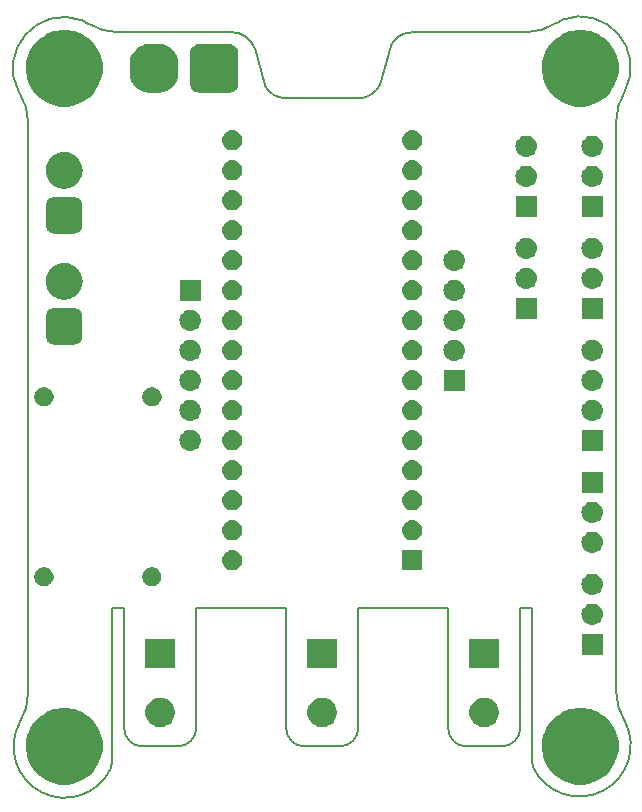
<source format=gbs>
G04 #@! TF.GenerationSoftware,KiCad,Pcbnew,(5.0.2)-1*
G04 #@! TF.CreationDate,2019-06-27T12:51:54+02:00*
G04 #@! TF.ProjectId,PCB_RControl,5043425f-5243-46f6-9e74-726f6c2e6b69,rev?*
G04 #@! TF.SameCoordinates,PX6e75580PY80fd3d8*
G04 #@! TF.FileFunction,Soldermask,Bot*
G04 #@! TF.FilePolarity,Negative*
%FSLAX46Y46*%
G04 Gerber Fmt 4.6, Leading zero omitted, Abs format (unit mm)*
G04 Created by KiCad (PCBNEW (5.0.2)-1) date 27/06/2019 12:51:54*
%MOMM*%
%LPD*%
G01*
G04 APERTURE LIST*
%ADD10C,0.150000*%
%ADD11C,0.100000*%
G04 APERTURE END LIST*
D10*
X43180000Y6223000D02*
G75*
G02X41656000Y4699000I-1524000J0D01*
G01*
X38608000Y4699000D02*
G75*
G02X37084000Y6223000I0J1524000D01*
G01*
X29464000Y6223000D02*
G75*
G02X27940000Y4699000I-1524000J0D01*
G01*
X24892000Y4699000D02*
G75*
G02X23368000Y6223000I0J1524000D01*
G01*
X15748000Y6223000D02*
G75*
G02X14224000Y4699000I-1524000J0D01*
G01*
X11176000Y4699000D02*
G75*
G02X9652000Y6223000I0J1524000D01*
G01*
X9144000Y65157898D02*
X18796000Y65157898D01*
X29565600Y59563000D02*
G75*
G03X31292767Y60682051I-101634J2049263D01*
G01*
X23266367Y59561549D02*
G75*
G02X21539200Y60680600I101634J2049263D01*
G01*
X18796000Y65151000D02*
G75*
G02X20701000Y63777954I0J-2008046D01*
G01*
X32208485Y64007376D02*
G75*
G02X34036000Y65151000I1827515J-888376D01*
G01*
X20701000Y63779400D02*
X21539200Y60680600D01*
X31292800Y60680600D02*
X32207200Y64008000D01*
X23266400Y59563000D02*
X29565600Y59563000D01*
X46291500Y65976500D02*
X46710600Y66217800D01*
X6096000Y66167000D02*
X6604000Y65887600D01*
X44196000Y3429000D02*
X44272200Y2908300D01*
X44271978Y2908193D02*
G75*
G03X52039520Y6822440I3918589J1888029D01*
G01*
X51308000Y9276080D02*
G75*
G03X52035576Y6828212I4791575J92131D01*
G01*
X8636000Y3454400D02*
X8509000Y2819400D01*
X34036000Y65151000D02*
X43688000Y65151000D01*
X46710558Y66217912D02*
G75*
G02X52032465Y60141254I1511907J-4044658D01*
G01*
X51304004Y57601254D02*
G75*
G02X52032466Y60141253I4792461J0D01*
G01*
X43688059Y65149549D02*
G75*
G03X46291500Y65976500I-88393J4789885D01*
G01*
X8502174Y2797261D02*
G75*
G02X795841Y6690366I-3896333J1861105D01*
G01*
X1524130Y9271001D02*
G75*
G02X795840Y6690367I-4792289J-40635D01*
G01*
X742276Y60060480D02*
G75*
G02X6096000Y66167000I3829724J2042520D01*
G01*
X1523595Y57480201D02*
G75*
G03X762000Y60071000I-4787494J0D01*
G01*
X9144000Y65157898D02*
G75*
G02X6604000Y65887600I0J4785563D01*
G01*
X51302920Y57622440D02*
X51308000Y9271000D01*
X44196000Y16383000D02*
X44196000Y3429000D01*
X43180000Y16383000D02*
X44196000Y16383000D01*
X43180000Y6223000D02*
X43180000Y16383000D01*
X38608000Y4699000D02*
X41656000Y4699000D01*
X37084000Y16383000D02*
X37084000Y6223000D01*
X29464000Y16383000D02*
X37084000Y16383000D01*
X29464000Y6223000D02*
X29464000Y16383000D01*
X24892000Y4699000D02*
X27940000Y4699000D01*
X23368000Y16383000D02*
X23368000Y6223000D01*
X15748000Y16383000D02*
X23368000Y16383000D01*
X15748000Y6223000D02*
X15748000Y16383000D01*
X11176000Y4699000D02*
X14224000Y4699000D01*
X9652000Y16383000D02*
X9652000Y6223000D01*
X8636000Y16383000D02*
X9652000Y16383000D01*
X8636000Y3454400D02*
X8636000Y16383000D01*
X1524000Y9271000D02*
X1524000Y57480200D01*
D11*
G36*
X48894239Y7887533D02*
X49208282Y7825066D01*
X49799926Y7579999D01*
X50089523Y7386496D01*
X50332395Y7224214D01*
X50785214Y6771395D01*
X50785216Y6771392D01*
X51140999Y6238926D01*
X51262724Y5945056D01*
X51386066Y5647281D01*
X51511000Y5019197D01*
X51511000Y4378803D01*
X51448533Y4064761D01*
X51386066Y3750718D01*
X51140999Y3159074D01*
X50893265Y2788315D01*
X50785214Y2626605D01*
X50332395Y2173786D01*
X50332392Y2173784D01*
X49799926Y1818001D01*
X49208282Y1572934D01*
X48894239Y1510467D01*
X48580197Y1448000D01*
X47939803Y1448000D01*
X47625761Y1510467D01*
X47311718Y1572934D01*
X46720074Y1818001D01*
X46187608Y2173784D01*
X46187605Y2173786D01*
X45734786Y2626605D01*
X45626735Y2788315D01*
X45379001Y3159074D01*
X45133934Y3750718D01*
X45071467Y4064761D01*
X45009000Y4378803D01*
X45009000Y5019197D01*
X45133934Y5647281D01*
X45257276Y5945056D01*
X45379001Y6238926D01*
X45734784Y6771392D01*
X45734786Y6771395D01*
X46187605Y7224214D01*
X46430477Y7386496D01*
X46720074Y7579999D01*
X47311718Y7825066D01*
X47625761Y7887533D01*
X47939803Y7950000D01*
X48580197Y7950000D01*
X48894239Y7887533D01*
X48894239Y7887533D01*
G37*
G36*
X5206239Y7887533D02*
X5520282Y7825066D01*
X6111926Y7579999D01*
X6401523Y7386496D01*
X6644395Y7224214D01*
X7097214Y6771395D01*
X7097216Y6771392D01*
X7452999Y6238926D01*
X7574724Y5945056D01*
X7698066Y5647281D01*
X7823000Y5019197D01*
X7823000Y4378803D01*
X7760533Y4064761D01*
X7698066Y3750718D01*
X7452999Y3159074D01*
X7205265Y2788315D01*
X7097214Y2626605D01*
X6644395Y2173786D01*
X6644392Y2173784D01*
X6111926Y1818001D01*
X5520282Y1572934D01*
X5206239Y1510467D01*
X4892197Y1448000D01*
X4251803Y1448000D01*
X3937761Y1510467D01*
X3623718Y1572934D01*
X3032074Y1818001D01*
X2499608Y2173784D01*
X2499605Y2173786D01*
X2046786Y2626605D01*
X1938735Y2788315D01*
X1691001Y3159074D01*
X1445934Y3750718D01*
X1383467Y4064761D01*
X1321000Y4378803D01*
X1321000Y5019197D01*
X1445934Y5647281D01*
X1569276Y5945056D01*
X1691001Y6238926D01*
X2046784Y6771392D01*
X2046786Y6771395D01*
X2499605Y7224214D01*
X2742477Y7386496D01*
X3032074Y7579999D01*
X3623718Y7825066D01*
X3937761Y7887533D01*
X4251803Y7950000D01*
X4892197Y7950000D01*
X5206239Y7887533D01*
X5206239Y7887533D01*
G37*
G36*
X26599635Y8811981D02*
X26780903Y8775925D01*
X27008571Y8681622D01*
X27212542Y8545332D01*
X27213469Y8544713D01*
X27387713Y8370469D01*
X27387715Y8370466D01*
X27524622Y8165571D01*
X27618925Y7937903D01*
X27667000Y7696213D01*
X27667000Y7449787D01*
X27618925Y7208097D01*
X27524622Y6980429D01*
X27388332Y6776458D01*
X27387713Y6775531D01*
X27213469Y6601287D01*
X27213466Y6601285D01*
X27008571Y6464378D01*
X26780903Y6370075D01*
X26599636Y6334019D01*
X26539214Y6322000D01*
X26292786Y6322000D01*
X26232364Y6334019D01*
X26051097Y6370075D01*
X25823429Y6464378D01*
X25618534Y6601285D01*
X25618531Y6601287D01*
X25444287Y6775531D01*
X25443668Y6776458D01*
X25307378Y6980429D01*
X25213075Y7208097D01*
X25165000Y7449787D01*
X25165000Y7696213D01*
X25213075Y7937903D01*
X25307378Y8165571D01*
X25444285Y8370466D01*
X25444287Y8370469D01*
X25618531Y8544713D01*
X25619458Y8545332D01*
X25823429Y8681622D01*
X26051097Y8775925D01*
X26232365Y8811981D01*
X26292786Y8824000D01*
X26539214Y8824000D01*
X26599635Y8811981D01*
X26599635Y8811981D01*
G37*
G36*
X40315635Y8811981D02*
X40496903Y8775925D01*
X40724571Y8681622D01*
X40928542Y8545332D01*
X40929469Y8544713D01*
X41103713Y8370469D01*
X41103715Y8370466D01*
X41240622Y8165571D01*
X41334925Y7937903D01*
X41383000Y7696213D01*
X41383000Y7449787D01*
X41334925Y7208097D01*
X41240622Y6980429D01*
X41104332Y6776458D01*
X41103713Y6775531D01*
X40929469Y6601287D01*
X40929466Y6601285D01*
X40724571Y6464378D01*
X40496903Y6370075D01*
X40315636Y6334019D01*
X40255214Y6322000D01*
X40008786Y6322000D01*
X39948364Y6334019D01*
X39767097Y6370075D01*
X39539429Y6464378D01*
X39334534Y6601285D01*
X39334531Y6601287D01*
X39160287Y6775531D01*
X39159668Y6776458D01*
X39023378Y6980429D01*
X38929075Y7208097D01*
X38881000Y7449787D01*
X38881000Y7696213D01*
X38929075Y7937903D01*
X39023378Y8165571D01*
X39160285Y8370466D01*
X39160287Y8370469D01*
X39334531Y8544713D01*
X39335458Y8545332D01*
X39539429Y8681622D01*
X39767097Y8775925D01*
X39948365Y8811981D01*
X40008786Y8824000D01*
X40255214Y8824000D01*
X40315635Y8811981D01*
X40315635Y8811981D01*
G37*
G36*
X12883635Y8811981D02*
X13064903Y8775925D01*
X13292571Y8681622D01*
X13496542Y8545332D01*
X13497469Y8544713D01*
X13671713Y8370469D01*
X13671715Y8370466D01*
X13808622Y8165571D01*
X13902925Y7937903D01*
X13951000Y7696213D01*
X13951000Y7449787D01*
X13902925Y7208097D01*
X13808622Y6980429D01*
X13672332Y6776458D01*
X13671713Y6775531D01*
X13497469Y6601287D01*
X13497466Y6601285D01*
X13292571Y6464378D01*
X13064903Y6370075D01*
X12883636Y6334019D01*
X12823214Y6322000D01*
X12576786Y6322000D01*
X12516364Y6334019D01*
X12335097Y6370075D01*
X12107429Y6464378D01*
X11902534Y6601285D01*
X11902531Y6601287D01*
X11728287Y6775531D01*
X11727668Y6776458D01*
X11591378Y6980429D01*
X11497075Y7208097D01*
X11449000Y7449787D01*
X11449000Y7696213D01*
X11497075Y7937903D01*
X11591378Y8165571D01*
X11728285Y8370466D01*
X11728287Y8370469D01*
X11902531Y8544713D01*
X11903458Y8545332D01*
X12107429Y8681622D01*
X12335097Y8775925D01*
X12516365Y8811981D01*
X12576786Y8824000D01*
X12823214Y8824000D01*
X12883635Y8811981D01*
X12883635Y8811981D01*
G37*
G36*
X13951000Y11322000D02*
X11449000Y11322000D01*
X11449000Y13824000D01*
X13951000Y13824000D01*
X13951000Y11322000D01*
X13951000Y11322000D01*
G37*
G36*
X27667000Y11322000D02*
X25165000Y11322000D01*
X25165000Y13824000D01*
X27667000Y13824000D01*
X27667000Y11322000D01*
X27667000Y11322000D01*
G37*
G36*
X41383000Y11322000D02*
X38881000Y11322000D01*
X38881000Y13824000D01*
X41383000Y13824000D01*
X41383000Y11322000D01*
X41383000Y11322000D01*
G37*
G36*
X50177000Y12434000D02*
X48375000Y12434000D01*
X48375000Y14236000D01*
X50177000Y14236000D01*
X50177000Y12434000D01*
X50177000Y12434000D01*
G37*
G36*
X49386442Y16769482D02*
X49452627Y16762963D01*
X49565853Y16728616D01*
X49622467Y16711443D01*
X49761087Y16637348D01*
X49778991Y16627778D01*
X49814729Y16598448D01*
X49916186Y16515186D01*
X49999448Y16413729D01*
X50028778Y16377991D01*
X50028779Y16377989D01*
X50112443Y16221467D01*
X50112443Y16221466D01*
X50163963Y16051627D01*
X50181359Y15875000D01*
X50163963Y15698373D01*
X50129616Y15585147D01*
X50112443Y15528533D01*
X50038348Y15389913D01*
X50028778Y15372009D01*
X49999448Y15336271D01*
X49916186Y15234814D01*
X49814729Y15151552D01*
X49778991Y15122222D01*
X49778989Y15122221D01*
X49622467Y15038557D01*
X49565853Y15021384D01*
X49452627Y14987037D01*
X49386442Y14980518D01*
X49320260Y14974000D01*
X49231740Y14974000D01*
X49165558Y14980518D01*
X49099373Y14987037D01*
X48986147Y15021384D01*
X48929533Y15038557D01*
X48773011Y15122221D01*
X48773009Y15122222D01*
X48737271Y15151552D01*
X48635814Y15234814D01*
X48552552Y15336271D01*
X48523222Y15372009D01*
X48513652Y15389913D01*
X48439557Y15528533D01*
X48422384Y15585147D01*
X48388037Y15698373D01*
X48370641Y15875000D01*
X48388037Y16051627D01*
X48439557Y16221466D01*
X48439557Y16221467D01*
X48523221Y16377989D01*
X48523222Y16377991D01*
X48552552Y16413729D01*
X48635814Y16515186D01*
X48737271Y16598448D01*
X48773009Y16627778D01*
X48790913Y16637348D01*
X48929533Y16711443D01*
X48986147Y16728616D01*
X49099373Y16762963D01*
X49165558Y16769482D01*
X49231740Y16776000D01*
X49320260Y16776000D01*
X49386442Y16769482D01*
X49386442Y16769482D01*
G37*
G36*
X49386442Y19309482D02*
X49452627Y19302963D01*
X49565853Y19268616D01*
X49622467Y19251443D01*
X49761087Y19177348D01*
X49778991Y19167778D01*
X49814729Y19138448D01*
X49916186Y19055186D01*
X49986156Y18969926D01*
X50028778Y18917991D01*
X50028779Y18917989D01*
X50112443Y18761467D01*
X50112443Y18761466D01*
X50163963Y18591627D01*
X50181359Y18415000D01*
X50163963Y18238373D01*
X50129616Y18125147D01*
X50112443Y18068533D01*
X50038348Y17929913D01*
X50028778Y17912009D01*
X49999448Y17876271D01*
X49916186Y17774814D01*
X49814729Y17691552D01*
X49778991Y17662222D01*
X49778989Y17662221D01*
X49622467Y17578557D01*
X49565853Y17561384D01*
X49452627Y17527037D01*
X49386442Y17520518D01*
X49320260Y17514000D01*
X49231740Y17514000D01*
X49165558Y17520518D01*
X49099373Y17527037D01*
X48986147Y17561384D01*
X48929533Y17578557D01*
X48773011Y17662221D01*
X48773009Y17662222D01*
X48737271Y17691552D01*
X48635814Y17774814D01*
X48552552Y17876271D01*
X48523222Y17912009D01*
X48513652Y17929913D01*
X48439557Y18068533D01*
X48422384Y18125147D01*
X48388037Y18238373D01*
X48370641Y18415000D01*
X48388037Y18591627D01*
X48439557Y18761466D01*
X48439557Y18761467D01*
X48523221Y18917989D01*
X48523222Y18917991D01*
X48565844Y18969926D01*
X48635814Y19055186D01*
X48737271Y19138448D01*
X48773009Y19167778D01*
X48790913Y19177348D01*
X48929533Y19251443D01*
X48986147Y19268616D01*
X49099373Y19302963D01*
X49165558Y19309482D01*
X49231740Y19316000D01*
X49320260Y19316000D01*
X49386442Y19309482D01*
X49386442Y19309482D01*
G37*
G36*
X3094642Y19831758D02*
X3242602Y19770470D01*
X3375758Y19681498D01*
X3488998Y19568258D01*
X3577970Y19435102D01*
X3639258Y19287142D01*
X3670500Y19130075D01*
X3670500Y18969925D01*
X3639258Y18812858D01*
X3577970Y18664898D01*
X3488998Y18531742D01*
X3375758Y18418502D01*
X3242602Y18329530D01*
X3094642Y18268242D01*
X2937575Y18237000D01*
X2777425Y18237000D01*
X2620358Y18268242D01*
X2472398Y18329530D01*
X2339242Y18418502D01*
X2226002Y18531742D01*
X2137030Y18664898D01*
X2075742Y18812858D01*
X2044500Y18969925D01*
X2044500Y19130075D01*
X2075742Y19287142D01*
X2137030Y19435102D01*
X2226002Y19568258D01*
X2339242Y19681498D01*
X2472398Y19770470D01*
X2620358Y19831758D01*
X2777425Y19863000D01*
X2937575Y19863000D01*
X3094642Y19831758D01*
X3094642Y19831758D01*
G37*
G36*
X12234642Y19831758D02*
X12382602Y19770470D01*
X12515758Y19681498D01*
X12628998Y19568258D01*
X12717970Y19435102D01*
X12779258Y19287142D01*
X12810500Y19130075D01*
X12810500Y18969925D01*
X12779258Y18812858D01*
X12717970Y18664898D01*
X12628998Y18531742D01*
X12515758Y18418502D01*
X12382602Y18329530D01*
X12234642Y18268242D01*
X12077575Y18237000D01*
X11917425Y18237000D01*
X11760358Y18268242D01*
X11612398Y18329530D01*
X11479242Y18418502D01*
X11366002Y18531742D01*
X11277030Y18664898D01*
X11215742Y18812858D01*
X11184500Y18969925D01*
X11184500Y19130075D01*
X11215742Y19287142D01*
X11277030Y19435102D01*
X11366002Y19568258D01*
X11479242Y19681498D01*
X11612398Y19770470D01*
X11760358Y19831758D01*
X11917425Y19863000D01*
X12077575Y19863000D01*
X12234642Y19831758D01*
X12234642Y19831758D01*
G37*
G36*
X34887000Y19596000D02*
X33185000Y19596000D01*
X33185000Y21298000D01*
X34887000Y21298000D01*
X34887000Y19596000D01*
X34887000Y19596000D01*
G37*
G36*
X18962821Y21285687D02*
X18962824Y21285686D01*
X18962825Y21285686D01*
X19123239Y21237025D01*
X19123241Y21237024D01*
X19123244Y21237023D01*
X19271078Y21158005D01*
X19400659Y21051659D01*
X19507005Y20922078D01*
X19586023Y20774244D01*
X19634687Y20613821D01*
X19651117Y20447000D01*
X19634687Y20280179D01*
X19586023Y20119756D01*
X19507005Y19971922D01*
X19400659Y19842341D01*
X19271078Y19735995D01*
X19123244Y19656977D01*
X19123241Y19656976D01*
X19123239Y19656975D01*
X18962825Y19608314D01*
X18962824Y19608314D01*
X18962821Y19608313D01*
X18837804Y19596000D01*
X18754196Y19596000D01*
X18629179Y19608313D01*
X18629176Y19608314D01*
X18629175Y19608314D01*
X18468761Y19656975D01*
X18468759Y19656976D01*
X18468756Y19656977D01*
X18320922Y19735995D01*
X18191341Y19842341D01*
X18084995Y19971922D01*
X18005977Y20119756D01*
X17957313Y20280179D01*
X17940883Y20447000D01*
X17957313Y20613821D01*
X18005977Y20774244D01*
X18084995Y20922078D01*
X18191341Y21051659D01*
X18320922Y21158005D01*
X18468756Y21237023D01*
X18468759Y21237024D01*
X18468761Y21237025D01*
X18629175Y21285686D01*
X18629176Y21285686D01*
X18629179Y21285687D01*
X18754196Y21298000D01*
X18837804Y21298000D01*
X18962821Y21285687D01*
X18962821Y21285687D01*
G37*
G36*
X49386443Y22865481D02*
X49452627Y22858963D01*
X49565853Y22824616D01*
X49622467Y22807443D01*
X49761087Y22733348D01*
X49778991Y22723778D01*
X49814729Y22694448D01*
X49916186Y22611186D01*
X49997649Y22511922D01*
X50028778Y22473991D01*
X50028779Y22473989D01*
X50112443Y22317467D01*
X50112443Y22317466D01*
X50163963Y22147627D01*
X50181359Y21971000D01*
X50163963Y21794373D01*
X50129616Y21681147D01*
X50112443Y21624533D01*
X50038348Y21485913D01*
X50028778Y21468009D01*
X49999448Y21432271D01*
X49916186Y21330814D01*
X49814729Y21247552D01*
X49778991Y21218222D01*
X49778989Y21218221D01*
X49622467Y21134557D01*
X49565853Y21117384D01*
X49452627Y21083037D01*
X49386442Y21076518D01*
X49320260Y21070000D01*
X49231740Y21070000D01*
X49165558Y21076518D01*
X49099373Y21083037D01*
X48986147Y21117384D01*
X48929533Y21134557D01*
X48773011Y21218221D01*
X48773009Y21218222D01*
X48737271Y21247552D01*
X48635814Y21330814D01*
X48552552Y21432271D01*
X48523222Y21468009D01*
X48513652Y21485913D01*
X48439557Y21624533D01*
X48422384Y21681147D01*
X48388037Y21794373D01*
X48370641Y21971000D01*
X48388037Y22147627D01*
X48439557Y22317466D01*
X48439557Y22317467D01*
X48523221Y22473989D01*
X48523222Y22473991D01*
X48554351Y22511922D01*
X48635814Y22611186D01*
X48737271Y22694448D01*
X48773009Y22723778D01*
X48790913Y22733348D01*
X48929533Y22807443D01*
X48986147Y22824616D01*
X49099373Y22858963D01*
X49165557Y22865481D01*
X49231740Y22872000D01*
X49320260Y22872000D01*
X49386443Y22865481D01*
X49386443Y22865481D01*
G37*
G36*
X34202821Y23825687D02*
X34202824Y23825686D01*
X34202825Y23825686D01*
X34363239Y23777025D01*
X34363241Y23777024D01*
X34363244Y23777023D01*
X34511078Y23698005D01*
X34640659Y23591659D01*
X34747005Y23462078D01*
X34826023Y23314244D01*
X34874687Y23153821D01*
X34891117Y22987000D01*
X34874687Y22820179D01*
X34874686Y22820176D01*
X34874686Y22820175D01*
X34845445Y22723779D01*
X34826023Y22659756D01*
X34747005Y22511922D01*
X34640659Y22382341D01*
X34511078Y22275995D01*
X34363244Y22196977D01*
X34363241Y22196976D01*
X34363239Y22196975D01*
X34202825Y22148314D01*
X34202824Y22148314D01*
X34202821Y22148313D01*
X34077804Y22136000D01*
X33994196Y22136000D01*
X33869179Y22148313D01*
X33869176Y22148314D01*
X33869175Y22148314D01*
X33708761Y22196975D01*
X33708759Y22196976D01*
X33708756Y22196977D01*
X33560922Y22275995D01*
X33431341Y22382341D01*
X33324995Y22511922D01*
X33245977Y22659756D01*
X33226556Y22723779D01*
X33197314Y22820175D01*
X33197314Y22820176D01*
X33197313Y22820179D01*
X33180883Y22987000D01*
X33197313Y23153821D01*
X33245977Y23314244D01*
X33324995Y23462078D01*
X33431341Y23591659D01*
X33560922Y23698005D01*
X33708756Y23777023D01*
X33708759Y23777024D01*
X33708761Y23777025D01*
X33869175Y23825686D01*
X33869176Y23825686D01*
X33869179Y23825687D01*
X33994196Y23838000D01*
X34077804Y23838000D01*
X34202821Y23825687D01*
X34202821Y23825687D01*
G37*
G36*
X18962821Y23825687D02*
X18962824Y23825686D01*
X18962825Y23825686D01*
X19123239Y23777025D01*
X19123241Y23777024D01*
X19123244Y23777023D01*
X19271078Y23698005D01*
X19400659Y23591659D01*
X19507005Y23462078D01*
X19586023Y23314244D01*
X19634687Y23153821D01*
X19651117Y22987000D01*
X19634687Y22820179D01*
X19634686Y22820176D01*
X19634686Y22820175D01*
X19605445Y22723779D01*
X19586023Y22659756D01*
X19507005Y22511922D01*
X19400659Y22382341D01*
X19271078Y22275995D01*
X19123244Y22196977D01*
X19123241Y22196976D01*
X19123239Y22196975D01*
X18962825Y22148314D01*
X18962824Y22148314D01*
X18962821Y22148313D01*
X18837804Y22136000D01*
X18754196Y22136000D01*
X18629179Y22148313D01*
X18629176Y22148314D01*
X18629175Y22148314D01*
X18468761Y22196975D01*
X18468759Y22196976D01*
X18468756Y22196977D01*
X18320922Y22275995D01*
X18191341Y22382341D01*
X18084995Y22511922D01*
X18005977Y22659756D01*
X17986556Y22723779D01*
X17957314Y22820175D01*
X17957314Y22820176D01*
X17957313Y22820179D01*
X17940883Y22987000D01*
X17957313Y23153821D01*
X18005977Y23314244D01*
X18084995Y23462078D01*
X18191341Y23591659D01*
X18320922Y23698005D01*
X18468756Y23777023D01*
X18468759Y23777024D01*
X18468761Y23777025D01*
X18629175Y23825686D01*
X18629176Y23825686D01*
X18629179Y23825687D01*
X18754196Y23838000D01*
X18837804Y23838000D01*
X18962821Y23825687D01*
X18962821Y23825687D01*
G37*
G36*
X49386443Y25405481D02*
X49452627Y25398963D01*
X49565853Y25364616D01*
X49622467Y25347443D01*
X49761087Y25273348D01*
X49778991Y25263778D01*
X49814729Y25234448D01*
X49916186Y25151186D01*
X49997649Y25051922D01*
X50028778Y25013991D01*
X50028779Y25013989D01*
X50112443Y24857467D01*
X50112443Y24857466D01*
X50163963Y24687627D01*
X50181359Y24511000D01*
X50163963Y24334373D01*
X50129616Y24221147D01*
X50112443Y24164533D01*
X50038348Y24025913D01*
X50028778Y24008009D01*
X49999448Y23972271D01*
X49916186Y23870814D01*
X49814729Y23787552D01*
X49778991Y23758222D01*
X49778989Y23758221D01*
X49622467Y23674557D01*
X49565853Y23657384D01*
X49452627Y23623037D01*
X49386443Y23616519D01*
X49320260Y23610000D01*
X49231740Y23610000D01*
X49165557Y23616519D01*
X49099373Y23623037D01*
X48986147Y23657384D01*
X48929533Y23674557D01*
X48773011Y23758221D01*
X48773009Y23758222D01*
X48737271Y23787552D01*
X48635814Y23870814D01*
X48552552Y23972271D01*
X48523222Y24008009D01*
X48513652Y24025913D01*
X48439557Y24164533D01*
X48422384Y24221147D01*
X48388037Y24334373D01*
X48370641Y24511000D01*
X48388037Y24687627D01*
X48439557Y24857466D01*
X48439557Y24857467D01*
X48523221Y25013989D01*
X48523222Y25013991D01*
X48554351Y25051922D01*
X48635814Y25151186D01*
X48737271Y25234448D01*
X48773009Y25263778D01*
X48790913Y25273348D01*
X48929533Y25347443D01*
X48986147Y25364616D01*
X49099373Y25398963D01*
X49165557Y25405481D01*
X49231740Y25412000D01*
X49320260Y25412000D01*
X49386443Y25405481D01*
X49386443Y25405481D01*
G37*
G36*
X18962821Y26365687D02*
X18962824Y26365686D01*
X18962825Y26365686D01*
X19123239Y26317025D01*
X19123241Y26317024D01*
X19123244Y26317023D01*
X19271078Y26238005D01*
X19400659Y26131659D01*
X19507005Y26002078D01*
X19586023Y25854244D01*
X19634687Y25693821D01*
X19651117Y25527000D01*
X19634687Y25360179D01*
X19634686Y25360176D01*
X19634686Y25360175D01*
X19605445Y25263779D01*
X19586023Y25199756D01*
X19507005Y25051922D01*
X19400659Y24922341D01*
X19271078Y24815995D01*
X19123244Y24736977D01*
X19123241Y24736976D01*
X19123239Y24736975D01*
X18962825Y24688314D01*
X18962824Y24688314D01*
X18962821Y24688313D01*
X18837804Y24676000D01*
X18754196Y24676000D01*
X18629179Y24688313D01*
X18629176Y24688314D01*
X18629175Y24688314D01*
X18468761Y24736975D01*
X18468759Y24736976D01*
X18468756Y24736977D01*
X18320922Y24815995D01*
X18191341Y24922341D01*
X18084995Y25051922D01*
X18005977Y25199756D01*
X17986556Y25263779D01*
X17957314Y25360175D01*
X17957314Y25360176D01*
X17957313Y25360179D01*
X17940883Y25527000D01*
X17957313Y25693821D01*
X18005977Y25854244D01*
X18084995Y26002078D01*
X18191341Y26131659D01*
X18320922Y26238005D01*
X18468756Y26317023D01*
X18468759Y26317024D01*
X18468761Y26317025D01*
X18629175Y26365686D01*
X18629176Y26365686D01*
X18629179Y26365687D01*
X18754196Y26378000D01*
X18837804Y26378000D01*
X18962821Y26365687D01*
X18962821Y26365687D01*
G37*
G36*
X34202821Y26365687D02*
X34202824Y26365686D01*
X34202825Y26365686D01*
X34363239Y26317025D01*
X34363241Y26317024D01*
X34363244Y26317023D01*
X34511078Y26238005D01*
X34640659Y26131659D01*
X34747005Y26002078D01*
X34826023Y25854244D01*
X34874687Y25693821D01*
X34891117Y25527000D01*
X34874687Y25360179D01*
X34874686Y25360176D01*
X34874686Y25360175D01*
X34845445Y25263779D01*
X34826023Y25199756D01*
X34747005Y25051922D01*
X34640659Y24922341D01*
X34511078Y24815995D01*
X34363244Y24736977D01*
X34363241Y24736976D01*
X34363239Y24736975D01*
X34202825Y24688314D01*
X34202824Y24688314D01*
X34202821Y24688313D01*
X34077804Y24676000D01*
X33994196Y24676000D01*
X33869179Y24688313D01*
X33869176Y24688314D01*
X33869175Y24688314D01*
X33708761Y24736975D01*
X33708759Y24736976D01*
X33708756Y24736977D01*
X33560922Y24815995D01*
X33431341Y24922341D01*
X33324995Y25051922D01*
X33245977Y25199756D01*
X33226556Y25263779D01*
X33197314Y25360175D01*
X33197314Y25360176D01*
X33197313Y25360179D01*
X33180883Y25527000D01*
X33197313Y25693821D01*
X33245977Y25854244D01*
X33324995Y26002078D01*
X33431341Y26131659D01*
X33560922Y26238005D01*
X33708756Y26317023D01*
X33708759Y26317024D01*
X33708761Y26317025D01*
X33869175Y26365686D01*
X33869176Y26365686D01*
X33869179Y26365687D01*
X33994196Y26378000D01*
X34077804Y26378000D01*
X34202821Y26365687D01*
X34202821Y26365687D01*
G37*
G36*
X50177000Y26150000D02*
X48375000Y26150000D01*
X48375000Y27952000D01*
X50177000Y27952000D01*
X50177000Y26150000D01*
X50177000Y26150000D01*
G37*
G36*
X18962821Y28905687D02*
X18962824Y28905686D01*
X18962825Y28905686D01*
X19123239Y28857025D01*
X19123241Y28857024D01*
X19123244Y28857023D01*
X19271078Y28778005D01*
X19400659Y28671659D01*
X19507005Y28542078D01*
X19586023Y28394244D01*
X19634687Y28233821D01*
X19651117Y28067000D01*
X19634687Y27900179D01*
X19586023Y27739756D01*
X19507005Y27591922D01*
X19400659Y27462341D01*
X19271078Y27355995D01*
X19123244Y27276977D01*
X19123241Y27276976D01*
X19123239Y27276975D01*
X18962825Y27228314D01*
X18962824Y27228314D01*
X18962821Y27228313D01*
X18837804Y27216000D01*
X18754196Y27216000D01*
X18629179Y27228313D01*
X18629176Y27228314D01*
X18629175Y27228314D01*
X18468761Y27276975D01*
X18468759Y27276976D01*
X18468756Y27276977D01*
X18320922Y27355995D01*
X18191341Y27462341D01*
X18084995Y27591922D01*
X18005977Y27739756D01*
X17957313Y27900179D01*
X17940883Y28067000D01*
X17957313Y28233821D01*
X18005977Y28394244D01*
X18084995Y28542078D01*
X18191341Y28671659D01*
X18320922Y28778005D01*
X18468756Y28857023D01*
X18468759Y28857024D01*
X18468761Y28857025D01*
X18629175Y28905686D01*
X18629176Y28905686D01*
X18629179Y28905687D01*
X18754196Y28918000D01*
X18837804Y28918000D01*
X18962821Y28905687D01*
X18962821Y28905687D01*
G37*
G36*
X34202821Y28905687D02*
X34202824Y28905686D01*
X34202825Y28905686D01*
X34363239Y28857025D01*
X34363241Y28857024D01*
X34363244Y28857023D01*
X34511078Y28778005D01*
X34640659Y28671659D01*
X34747005Y28542078D01*
X34826023Y28394244D01*
X34874687Y28233821D01*
X34891117Y28067000D01*
X34874687Y27900179D01*
X34826023Y27739756D01*
X34747005Y27591922D01*
X34640659Y27462341D01*
X34511078Y27355995D01*
X34363244Y27276977D01*
X34363241Y27276976D01*
X34363239Y27276975D01*
X34202825Y27228314D01*
X34202824Y27228314D01*
X34202821Y27228313D01*
X34077804Y27216000D01*
X33994196Y27216000D01*
X33869179Y27228313D01*
X33869176Y27228314D01*
X33869175Y27228314D01*
X33708761Y27276975D01*
X33708759Y27276976D01*
X33708756Y27276977D01*
X33560922Y27355995D01*
X33431341Y27462341D01*
X33324995Y27591922D01*
X33245977Y27739756D01*
X33197313Y27900179D01*
X33180883Y28067000D01*
X33197313Y28233821D01*
X33245977Y28394244D01*
X33324995Y28542078D01*
X33431341Y28671659D01*
X33560922Y28778005D01*
X33708756Y28857023D01*
X33708759Y28857024D01*
X33708761Y28857025D01*
X33869175Y28905686D01*
X33869176Y28905686D01*
X33869179Y28905687D01*
X33994196Y28918000D01*
X34077804Y28918000D01*
X34202821Y28905687D01*
X34202821Y28905687D01*
G37*
G36*
X15350442Y31501482D02*
X15416627Y31494963D01*
X15529853Y31460616D01*
X15586467Y31443443D01*
X15673311Y31397023D01*
X15742991Y31359778D01*
X15778729Y31330448D01*
X15880186Y31247186D01*
X15963448Y31145729D01*
X15992778Y31109991D01*
X15992779Y31109989D01*
X16076443Y30953467D01*
X16093616Y30896853D01*
X16127963Y30783627D01*
X16145359Y30607000D01*
X16127963Y30430373D01*
X16093616Y30317147D01*
X16076443Y30260533D01*
X16007698Y30131922D01*
X15992778Y30104009D01*
X15963448Y30068271D01*
X15880186Y29966814D01*
X15778729Y29883552D01*
X15742991Y29854222D01*
X15742989Y29854221D01*
X15586467Y29770557D01*
X15579069Y29768313D01*
X15416627Y29719037D01*
X15350442Y29712518D01*
X15284260Y29706000D01*
X15195740Y29706000D01*
X15129558Y29712518D01*
X15063373Y29719037D01*
X14900931Y29768313D01*
X14893533Y29770557D01*
X14737011Y29854221D01*
X14737009Y29854222D01*
X14701271Y29883552D01*
X14599814Y29966814D01*
X14516552Y30068271D01*
X14487222Y30104009D01*
X14472302Y30131922D01*
X14403557Y30260533D01*
X14386384Y30317147D01*
X14352037Y30430373D01*
X14334641Y30607000D01*
X14352037Y30783627D01*
X14386384Y30896853D01*
X14403557Y30953467D01*
X14487221Y31109989D01*
X14487222Y31109991D01*
X14516552Y31145729D01*
X14599814Y31247186D01*
X14701271Y31330448D01*
X14737009Y31359778D01*
X14806689Y31397023D01*
X14893533Y31443443D01*
X14950147Y31460616D01*
X15063373Y31494963D01*
X15129558Y31501482D01*
X15195740Y31508000D01*
X15284260Y31508000D01*
X15350442Y31501482D01*
X15350442Y31501482D01*
G37*
G36*
X50177000Y29706000D02*
X48375000Y29706000D01*
X48375000Y31508000D01*
X50177000Y31508000D01*
X50177000Y29706000D01*
X50177000Y29706000D01*
G37*
G36*
X18962821Y31445687D02*
X18962824Y31445686D01*
X18962825Y31445686D01*
X19123239Y31397025D01*
X19123241Y31397024D01*
X19123244Y31397023D01*
X19271078Y31318005D01*
X19400659Y31211659D01*
X19507005Y31082078D01*
X19586023Y30934244D01*
X19586024Y30934241D01*
X19586025Y30934239D01*
X19631713Y30783625D01*
X19634687Y30773821D01*
X19651117Y30607000D01*
X19634687Y30440179D01*
X19634686Y30440176D01*
X19634686Y30440175D01*
X19631713Y30430373D01*
X19586023Y30279756D01*
X19507005Y30131922D01*
X19400659Y30002341D01*
X19271078Y29895995D01*
X19123244Y29816977D01*
X19123241Y29816976D01*
X19123239Y29816975D01*
X18962825Y29768314D01*
X18962824Y29768314D01*
X18962821Y29768313D01*
X18837804Y29756000D01*
X18754196Y29756000D01*
X18629179Y29768313D01*
X18629176Y29768314D01*
X18629175Y29768314D01*
X18468761Y29816975D01*
X18468759Y29816976D01*
X18468756Y29816977D01*
X18320922Y29895995D01*
X18191341Y30002341D01*
X18084995Y30131922D01*
X18005977Y30279756D01*
X17960288Y30430373D01*
X17957314Y30440175D01*
X17957314Y30440176D01*
X17957313Y30440179D01*
X17940883Y30607000D01*
X17957313Y30773821D01*
X17960287Y30783625D01*
X18005975Y30934239D01*
X18005976Y30934241D01*
X18005977Y30934244D01*
X18084995Y31082078D01*
X18191341Y31211659D01*
X18320922Y31318005D01*
X18468756Y31397023D01*
X18468759Y31397024D01*
X18468761Y31397025D01*
X18629175Y31445686D01*
X18629176Y31445686D01*
X18629179Y31445687D01*
X18754196Y31458000D01*
X18837804Y31458000D01*
X18962821Y31445687D01*
X18962821Y31445687D01*
G37*
G36*
X34202821Y31445687D02*
X34202824Y31445686D01*
X34202825Y31445686D01*
X34363239Y31397025D01*
X34363241Y31397024D01*
X34363244Y31397023D01*
X34511078Y31318005D01*
X34640659Y31211659D01*
X34747005Y31082078D01*
X34826023Y30934244D01*
X34826024Y30934241D01*
X34826025Y30934239D01*
X34871713Y30783625D01*
X34874687Y30773821D01*
X34891117Y30607000D01*
X34874687Y30440179D01*
X34874686Y30440176D01*
X34874686Y30440175D01*
X34871713Y30430373D01*
X34826023Y30279756D01*
X34747005Y30131922D01*
X34640659Y30002341D01*
X34511078Y29895995D01*
X34363244Y29816977D01*
X34363241Y29816976D01*
X34363239Y29816975D01*
X34202825Y29768314D01*
X34202824Y29768314D01*
X34202821Y29768313D01*
X34077804Y29756000D01*
X33994196Y29756000D01*
X33869179Y29768313D01*
X33869176Y29768314D01*
X33869175Y29768314D01*
X33708761Y29816975D01*
X33708759Y29816976D01*
X33708756Y29816977D01*
X33560922Y29895995D01*
X33431341Y30002341D01*
X33324995Y30131922D01*
X33245977Y30279756D01*
X33200288Y30430373D01*
X33197314Y30440175D01*
X33197314Y30440176D01*
X33197313Y30440179D01*
X33180883Y30607000D01*
X33197313Y30773821D01*
X33200287Y30783625D01*
X33245975Y30934239D01*
X33245976Y30934241D01*
X33245977Y30934244D01*
X33324995Y31082078D01*
X33431341Y31211659D01*
X33560922Y31318005D01*
X33708756Y31397023D01*
X33708759Y31397024D01*
X33708761Y31397025D01*
X33869175Y31445686D01*
X33869176Y31445686D01*
X33869179Y31445687D01*
X33994196Y31458000D01*
X34077804Y31458000D01*
X34202821Y31445687D01*
X34202821Y31445687D01*
G37*
G36*
X15350442Y34041482D02*
X15416627Y34034963D01*
X15529853Y34000616D01*
X15586467Y33983443D01*
X15673311Y33937023D01*
X15742991Y33899778D01*
X15778729Y33870448D01*
X15880186Y33787186D01*
X15963448Y33685729D01*
X15992778Y33649991D01*
X15992779Y33649989D01*
X16076443Y33493467D01*
X16093616Y33436853D01*
X16127963Y33323627D01*
X16145359Y33147000D01*
X16127963Y32970373D01*
X16093616Y32857147D01*
X16076443Y32800533D01*
X16007698Y32671922D01*
X15992778Y32644009D01*
X15963448Y32608271D01*
X15880186Y32506814D01*
X15778729Y32423552D01*
X15742991Y32394222D01*
X15742989Y32394221D01*
X15586467Y32310557D01*
X15579069Y32308313D01*
X15416627Y32259037D01*
X15350443Y32252519D01*
X15284260Y32246000D01*
X15195740Y32246000D01*
X15129558Y32252518D01*
X15063373Y32259037D01*
X14900931Y32308313D01*
X14893533Y32310557D01*
X14737011Y32394221D01*
X14737009Y32394222D01*
X14701271Y32423552D01*
X14599814Y32506814D01*
X14516552Y32608271D01*
X14487222Y32644009D01*
X14472302Y32671922D01*
X14403557Y32800533D01*
X14386384Y32857147D01*
X14352037Y32970373D01*
X14334641Y33147000D01*
X14352037Y33323627D01*
X14386384Y33436853D01*
X14403557Y33493467D01*
X14487221Y33649989D01*
X14487222Y33649991D01*
X14516552Y33685729D01*
X14599814Y33787186D01*
X14701271Y33870448D01*
X14737009Y33899778D01*
X14806689Y33937023D01*
X14893533Y33983443D01*
X14950147Y34000616D01*
X15063373Y34034963D01*
X15129557Y34041481D01*
X15195740Y34048000D01*
X15284260Y34048000D01*
X15350442Y34041482D01*
X15350442Y34041482D01*
G37*
G36*
X49386442Y34041482D02*
X49452627Y34034963D01*
X49565853Y34000616D01*
X49622467Y33983443D01*
X49709311Y33937023D01*
X49778991Y33899778D01*
X49814729Y33870448D01*
X49916186Y33787186D01*
X49999448Y33685729D01*
X50028778Y33649991D01*
X50028779Y33649989D01*
X50112443Y33493467D01*
X50129616Y33436853D01*
X50163963Y33323627D01*
X50181359Y33147000D01*
X50163963Y32970373D01*
X50129616Y32857147D01*
X50112443Y32800533D01*
X50043698Y32671922D01*
X50028778Y32644009D01*
X49999448Y32608271D01*
X49916186Y32506814D01*
X49814729Y32423552D01*
X49778991Y32394222D01*
X49778989Y32394221D01*
X49622467Y32310557D01*
X49615069Y32308313D01*
X49452627Y32259037D01*
X49386443Y32252519D01*
X49320260Y32246000D01*
X49231740Y32246000D01*
X49165558Y32252518D01*
X49099373Y32259037D01*
X48936931Y32308313D01*
X48929533Y32310557D01*
X48773011Y32394221D01*
X48773009Y32394222D01*
X48737271Y32423552D01*
X48635814Y32506814D01*
X48552552Y32608271D01*
X48523222Y32644009D01*
X48508302Y32671922D01*
X48439557Y32800533D01*
X48422384Y32857147D01*
X48388037Y32970373D01*
X48370641Y33147000D01*
X48388037Y33323627D01*
X48422384Y33436853D01*
X48439557Y33493467D01*
X48523221Y33649989D01*
X48523222Y33649991D01*
X48552552Y33685729D01*
X48635814Y33787186D01*
X48737271Y33870448D01*
X48773009Y33899778D01*
X48842689Y33937023D01*
X48929533Y33983443D01*
X48986147Y34000616D01*
X49099373Y34034963D01*
X49165557Y34041481D01*
X49231740Y34048000D01*
X49320260Y34048000D01*
X49386442Y34041482D01*
X49386442Y34041482D01*
G37*
G36*
X18962821Y33985687D02*
X18962824Y33985686D01*
X18962825Y33985686D01*
X19123239Y33937025D01*
X19123241Y33937024D01*
X19123244Y33937023D01*
X19271078Y33858005D01*
X19400659Y33751659D01*
X19507005Y33622078D01*
X19586023Y33474244D01*
X19586024Y33474241D01*
X19586025Y33474239D01*
X19631713Y33323625D01*
X19634687Y33313821D01*
X19651117Y33147000D01*
X19634687Y32980179D01*
X19634686Y32980176D01*
X19634686Y32980175D01*
X19631713Y32970373D01*
X19586023Y32819756D01*
X19507005Y32671922D01*
X19400659Y32542341D01*
X19271078Y32435995D01*
X19123244Y32356977D01*
X19123241Y32356976D01*
X19123239Y32356975D01*
X18962825Y32308314D01*
X18962824Y32308314D01*
X18962821Y32308313D01*
X18837804Y32296000D01*
X18754196Y32296000D01*
X18629179Y32308313D01*
X18629176Y32308314D01*
X18629175Y32308314D01*
X18468761Y32356975D01*
X18468759Y32356976D01*
X18468756Y32356977D01*
X18320922Y32435995D01*
X18191341Y32542341D01*
X18084995Y32671922D01*
X18005977Y32819756D01*
X17960288Y32970373D01*
X17957314Y32980175D01*
X17957314Y32980176D01*
X17957313Y32980179D01*
X17940883Y33147000D01*
X17957313Y33313821D01*
X17960287Y33323625D01*
X18005975Y33474239D01*
X18005976Y33474241D01*
X18005977Y33474244D01*
X18084995Y33622078D01*
X18191341Y33751659D01*
X18320922Y33858005D01*
X18468756Y33937023D01*
X18468759Y33937024D01*
X18468761Y33937025D01*
X18629175Y33985686D01*
X18629176Y33985686D01*
X18629179Y33985687D01*
X18754196Y33998000D01*
X18837804Y33998000D01*
X18962821Y33985687D01*
X18962821Y33985687D01*
G37*
G36*
X34202821Y33985687D02*
X34202824Y33985686D01*
X34202825Y33985686D01*
X34363239Y33937025D01*
X34363241Y33937024D01*
X34363244Y33937023D01*
X34511078Y33858005D01*
X34640659Y33751659D01*
X34747005Y33622078D01*
X34826023Y33474244D01*
X34826024Y33474241D01*
X34826025Y33474239D01*
X34871713Y33323625D01*
X34874687Y33313821D01*
X34891117Y33147000D01*
X34874687Y32980179D01*
X34874686Y32980176D01*
X34874686Y32980175D01*
X34871713Y32970373D01*
X34826023Y32819756D01*
X34747005Y32671922D01*
X34640659Y32542341D01*
X34511078Y32435995D01*
X34363244Y32356977D01*
X34363241Y32356976D01*
X34363239Y32356975D01*
X34202825Y32308314D01*
X34202824Y32308314D01*
X34202821Y32308313D01*
X34077804Y32296000D01*
X33994196Y32296000D01*
X33869179Y32308313D01*
X33869176Y32308314D01*
X33869175Y32308314D01*
X33708761Y32356975D01*
X33708759Y32356976D01*
X33708756Y32356977D01*
X33560922Y32435995D01*
X33431341Y32542341D01*
X33324995Y32671922D01*
X33245977Y32819756D01*
X33200288Y32970373D01*
X33197314Y32980175D01*
X33197314Y32980176D01*
X33197313Y32980179D01*
X33180883Y33147000D01*
X33197313Y33313821D01*
X33200287Y33323625D01*
X33245975Y33474239D01*
X33245976Y33474241D01*
X33245977Y33474244D01*
X33324995Y33622078D01*
X33431341Y33751659D01*
X33560922Y33858005D01*
X33708756Y33937023D01*
X33708759Y33937024D01*
X33708761Y33937025D01*
X33869175Y33985686D01*
X33869176Y33985686D01*
X33869179Y33985687D01*
X33994196Y33998000D01*
X34077804Y33998000D01*
X34202821Y33985687D01*
X34202821Y33985687D01*
G37*
G36*
X3094642Y35071758D02*
X3242602Y35010470D01*
X3294196Y34975996D01*
X3375757Y34921499D01*
X3488999Y34808257D01*
X3533183Y34742130D01*
X3577970Y34675102D01*
X3639258Y34527142D01*
X3670500Y34370075D01*
X3670500Y34209925D01*
X3639258Y34052858D01*
X3577970Y33904898D01*
X3574549Y33899778D01*
X3488999Y33771743D01*
X3375757Y33658501D01*
X3321246Y33622078D01*
X3242602Y33569530D01*
X3094642Y33508242D01*
X2937575Y33477000D01*
X2777425Y33477000D01*
X2620358Y33508242D01*
X2472398Y33569530D01*
X2393754Y33622078D01*
X2339243Y33658501D01*
X2226001Y33771743D01*
X2140451Y33899778D01*
X2137030Y33904898D01*
X2075742Y34052858D01*
X2044500Y34209925D01*
X2044500Y34370075D01*
X2075742Y34527142D01*
X2137030Y34675102D01*
X2181817Y34742130D01*
X2226001Y34808257D01*
X2339243Y34921499D01*
X2420804Y34975996D01*
X2472398Y35010470D01*
X2620358Y35071758D01*
X2777425Y35103000D01*
X2937575Y35103000D01*
X3094642Y35071758D01*
X3094642Y35071758D01*
G37*
G36*
X12238642Y35071758D02*
X12386602Y35010470D01*
X12438196Y34975996D01*
X12519757Y34921499D01*
X12632999Y34808257D01*
X12677183Y34742130D01*
X12721970Y34675102D01*
X12783258Y34527142D01*
X12814500Y34370075D01*
X12814500Y34209925D01*
X12783258Y34052858D01*
X12721970Y33904898D01*
X12718549Y33899778D01*
X12632999Y33771743D01*
X12519757Y33658501D01*
X12465246Y33622078D01*
X12386602Y33569530D01*
X12238642Y33508242D01*
X12081575Y33477000D01*
X11921425Y33477000D01*
X11764358Y33508242D01*
X11616398Y33569530D01*
X11537754Y33622078D01*
X11483243Y33658501D01*
X11370001Y33771743D01*
X11284451Y33899778D01*
X11281030Y33904898D01*
X11219742Y34052858D01*
X11188500Y34209925D01*
X11188500Y34370075D01*
X11219742Y34527142D01*
X11281030Y34675102D01*
X11325817Y34742130D01*
X11370001Y34808257D01*
X11483243Y34921499D01*
X11564804Y34975996D01*
X11616398Y35010470D01*
X11764358Y35071758D01*
X11921425Y35103000D01*
X12081575Y35103000D01*
X12238642Y35071758D01*
X12238642Y35071758D01*
G37*
G36*
X49386442Y36581482D02*
X49452627Y36574963D01*
X49565853Y36540616D01*
X49622467Y36523443D01*
X49709311Y36477023D01*
X49778991Y36439778D01*
X49814729Y36410448D01*
X49916186Y36327186D01*
X49999448Y36225729D01*
X50028778Y36189991D01*
X50028779Y36189989D01*
X50112443Y36033467D01*
X50129616Y35976853D01*
X50163963Y35863627D01*
X50181359Y35687000D01*
X50163963Y35510373D01*
X50129616Y35397147D01*
X50112443Y35340533D01*
X50043698Y35211922D01*
X50028778Y35184009D01*
X49999448Y35148271D01*
X49916186Y35046814D01*
X49814729Y34963552D01*
X49778991Y34934222D01*
X49778989Y34934221D01*
X49622467Y34850557D01*
X49615069Y34848313D01*
X49452627Y34799037D01*
X49386442Y34792518D01*
X49320260Y34786000D01*
X49231740Y34786000D01*
X49165557Y34792519D01*
X49099373Y34799037D01*
X48936931Y34848313D01*
X48929533Y34850557D01*
X48773011Y34934221D01*
X48773009Y34934222D01*
X48737271Y34963552D01*
X48635814Y35046814D01*
X48552552Y35148271D01*
X48523222Y35184009D01*
X48508302Y35211922D01*
X48439557Y35340533D01*
X48422384Y35397147D01*
X48388037Y35510373D01*
X48370641Y35687000D01*
X48388037Y35863627D01*
X48422384Y35976853D01*
X48439557Y36033467D01*
X48523221Y36189989D01*
X48523222Y36189991D01*
X48552552Y36225729D01*
X48635814Y36327186D01*
X48737271Y36410448D01*
X48773009Y36439778D01*
X48842689Y36477023D01*
X48929533Y36523443D01*
X48986147Y36540616D01*
X49099373Y36574963D01*
X49165558Y36581482D01*
X49231740Y36588000D01*
X49320260Y36588000D01*
X49386442Y36581482D01*
X49386442Y36581482D01*
G37*
G36*
X38493000Y34786000D02*
X36691000Y34786000D01*
X36691000Y36588000D01*
X38493000Y36588000D01*
X38493000Y34786000D01*
X38493000Y34786000D01*
G37*
G36*
X15350442Y36581482D02*
X15416627Y36574963D01*
X15529853Y36540616D01*
X15586467Y36523443D01*
X15673311Y36477023D01*
X15742991Y36439778D01*
X15778729Y36410448D01*
X15880186Y36327186D01*
X15963448Y36225729D01*
X15992778Y36189991D01*
X15992779Y36189989D01*
X16076443Y36033467D01*
X16093616Y35976853D01*
X16127963Y35863627D01*
X16145359Y35687000D01*
X16127963Y35510373D01*
X16093616Y35397147D01*
X16076443Y35340533D01*
X16007698Y35211922D01*
X15992778Y35184009D01*
X15963448Y35148271D01*
X15880186Y35046814D01*
X15778729Y34963552D01*
X15742991Y34934222D01*
X15742989Y34934221D01*
X15586467Y34850557D01*
X15579069Y34848313D01*
X15416627Y34799037D01*
X15350442Y34792518D01*
X15284260Y34786000D01*
X15195740Y34786000D01*
X15129557Y34792519D01*
X15063373Y34799037D01*
X14900931Y34848313D01*
X14893533Y34850557D01*
X14737011Y34934221D01*
X14737009Y34934222D01*
X14701271Y34963552D01*
X14599814Y35046814D01*
X14516552Y35148271D01*
X14487222Y35184009D01*
X14472302Y35211922D01*
X14403557Y35340533D01*
X14386384Y35397147D01*
X14352037Y35510373D01*
X14334641Y35687000D01*
X14352037Y35863627D01*
X14386384Y35976853D01*
X14403557Y36033467D01*
X14487221Y36189989D01*
X14487222Y36189991D01*
X14516552Y36225729D01*
X14599814Y36327186D01*
X14701271Y36410448D01*
X14737009Y36439778D01*
X14806689Y36477023D01*
X14893533Y36523443D01*
X14950147Y36540616D01*
X15063373Y36574963D01*
X15129558Y36581482D01*
X15195740Y36588000D01*
X15284260Y36588000D01*
X15350442Y36581482D01*
X15350442Y36581482D01*
G37*
G36*
X34202821Y36525687D02*
X34202824Y36525686D01*
X34202825Y36525686D01*
X34363239Y36477025D01*
X34363241Y36477024D01*
X34363244Y36477023D01*
X34511078Y36398005D01*
X34640659Y36291659D01*
X34747005Y36162078D01*
X34826023Y36014244D01*
X34826024Y36014241D01*
X34826025Y36014239D01*
X34871713Y35863625D01*
X34874687Y35853821D01*
X34891117Y35687000D01*
X34874687Y35520179D01*
X34874686Y35520176D01*
X34874686Y35520175D01*
X34871713Y35510373D01*
X34826023Y35359756D01*
X34747005Y35211922D01*
X34640659Y35082341D01*
X34511078Y34975995D01*
X34363244Y34896977D01*
X34363241Y34896976D01*
X34363239Y34896975D01*
X34202825Y34848314D01*
X34202824Y34848314D01*
X34202821Y34848313D01*
X34077804Y34836000D01*
X33994196Y34836000D01*
X33869179Y34848313D01*
X33869176Y34848314D01*
X33869175Y34848314D01*
X33708761Y34896975D01*
X33708759Y34896976D01*
X33708756Y34896977D01*
X33560922Y34975995D01*
X33431341Y35082341D01*
X33324995Y35211922D01*
X33245977Y35359756D01*
X33200288Y35510373D01*
X33197314Y35520175D01*
X33197314Y35520176D01*
X33197313Y35520179D01*
X33180883Y35687000D01*
X33197313Y35853821D01*
X33200287Y35863625D01*
X33245975Y36014239D01*
X33245976Y36014241D01*
X33245977Y36014244D01*
X33324995Y36162078D01*
X33431341Y36291659D01*
X33560922Y36398005D01*
X33708756Y36477023D01*
X33708759Y36477024D01*
X33708761Y36477025D01*
X33869175Y36525686D01*
X33869176Y36525686D01*
X33869179Y36525687D01*
X33994196Y36538000D01*
X34077804Y36538000D01*
X34202821Y36525687D01*
X34202821Y36525687D01*
G37*
G36*
X18962821Y36525687D02*
X18962824Y36525686D01*
X18962825Y36525686D01*
X19123239Y36477025D01*
X19123241Y36477024D01*
X19123244Y36477023D01*
X19271078Y36398005D01*
X19400659Y36291659D01*
X19507005Y36162078D01*
X19586023Y36014244D01*
X19586024Y36014241D01*
X19586025Y36014239D01*
X19631713Y35863625D01*
X19634687Y35853821D01*
X19651117Y35687000D01*
X19634687Y35520179D01*
X19634686Y35520176D01*
X19634686Y35520175D01*
X19631713Y35510373D01*
X19586023Y35359756D01*
X19507005Y35211922D01*
X19400659Y35082341D01*
X19271078Y34975995D01*
X19123244Y34896977D01*
X19123241Y34896976D01*
X19123239Y34896975D01*
X18962825Y34848314D01*
X18962824Y34848314D01*
X18962821Y34848313D01*
X18837804Y34836000D01*
X18754196Y34836000D01*
X18629179Y34848313D01*
X18629176Y34848314D01*
X18629175Y34848314D01*
X18468761Y34896975D01*
X18468759Y34896976D01*
X18468756Y34896977D01*
X18320922Y34975995D01*
X18191341Y35082341D01*
X18084995Y35211922D01*
X18005977Y35359756D01*
X17960288Y35510373D01*
X17957314Y35520175D01*
X17957314Y35520176D01*
X17957313Y35520179D01*
X17940883Y35687000D01*
X17957313Y35853821D01*
X17960287Y35863625D01*
X18005975Y36014239D01*
X18005976Y36014241D01*
X18005977Y36014244D01*
X18084995Y36162078D01*
X18191341Y36291659D01*
X18320922Y36398005D01*
X18468756Y36477023D01*
X18468759Y36477024D01*
X18468761Y36477025D01*
X18629175Y36525686D01*
X18629176Y36525686D01*
X18629179Y36525687D01*
X18754196Y36538000D01*
X18837804Y36538000D01*
X18962821Y36525687D01*
X18962821Y36525687D01*
G37*
G36*
X37702443Y39121481D02*
X37768627Y39114963D01*
X37881853Y39080616D01*
X37938467Y39063443D01*
X38025311Y39017023D01*
X38094991Y38979778D01*
X38130729Y38950448D01*
X38232186Y38867186D01*
X38314380Y38767031D01*
X38344778Y38729991D01*
X38344779Y38729989D01*
X38428443Y38573467D01*
X38445616Y38516853D01*
X38479963Y38403627D01*
X38497359Y38227000D01*
X38479963Y38050373D01*
X38445616Y37937147D01*
X38428443Y37880533D01*
X38359698Y37751922D01*
X38344778Y37724009D01*
X38315448Y37688271D01*
X38232186Y37586814D01*
X38130729Y37503552D01*
X38094991Y37474222D01*
X38094989Y37474221D01*
X37938467Y37390557D01*
X37931069Y37388313D01*
X37768627Y37339037D01*
X37702442Y37332518D01*
X37636260Y37326000D01*
X37547740Y37326000D01*
X37481558Y37332518D01*
X37415373Y37339037D01*
X37252931Y37388313D01*
X37245533Y37390557D01*
X37089011Y37474221D01*
X37089009Y37474222D01*
X37053271Y37503552D01*
X36951814Y37586814D01*
X36868552Y37688271D01*
X36839222Y37724009D01*
X36824302Y37751922D01*
X36755557Y37880533D01*
X36738384Y37937147D01*
X36704037Y38050373D01*
X36686641Y38227000D01*
X36704037Y38403627D01*
X36738384Y38516853D01*
X36755557Y38573467D01*
X36839221Y38729989D01*
X36839222Y38729991D01*
X36869620Y38767031D01*
X36951814Y38867186D01*
X37053271Y38950448D01*
X37089009Y38979778D01*
X37158689Y39017023D01*
X37245533Y39063443D01*
X37302147Y39080616D01*
X37415373Y39114963D01*
X37481557Y39121481D01*
X37547740Y39128000D01*
X37636260Y39128000D01*
X37702443Y39121481D01*
X37702443Y39121481D01*
G37*
G36*
X49386443Y39121481D02*
X49452627Y39114963D01*
X49565853Y39080616D01*
X49622467Y39063443D01*
X49709311Y39017023D01*
X49778991Y38979778D01*
X49814729Y38950448D01*
X49916186Y38867186D01*
X49998380Y38767031D01*
X50028778Y38729991D01*
X50028779Y38729989D01*
X50112443Y38573467D01*
X50129616Y38516853D01*
X50163963Y38403627D01*
X50181359Y38227000D01*
X50163963Y38050373D01*
X50129616Y37937147D01*
X50112443Y37880533D01*
X50043698Y37751922D01*
X50028778Y37724009D01*
X49999448Y37688271D01*
X49916186Y37586814D01*
X49814729Y37503552D01*
X49778991Y37474222D01*
X49778989Y37474221D01*
X49622467Y37390557D01*
X49615069Y37388313D01*
X49452627Y37339037D01*
X49386442Y37332518D01*
X49320260Y37326000D01*
X49231740Y37326000D01*
X49165558Y37332518D01*
X49099373Y37339037D01*
X48936931Y37388313D01*
X48929533Y37390557D01*
X48773011Y37474221D01*
X48773009Y37474222D01*
X48737271Y37503552D01*
X48635814Y37586814D01*
X48552552Y37688271D01*
X48523222Y37724009D01*
X48508302Y37751922D01*
X48439557Y37880533D01*
X48422384Y37937147D01*
X48388037Y38050373D01*
X48370641Y38227000D01*
X48388037Y38403627D01*
X48422384Y38516853D01*
X48439557Y38573467D01*
X48523221Y38729989D01*
X48523222Y38729991D01*
X48553620Y38767031D01*
X48635814Y38867186D01*
X48737271Y38950448D01*
X48773009Y38979778D01*
X48842689Y39017023D01*
X48929533Y39063443D01*
X48986147Y39080616D01*
X49099373Y39114963D01*
X49165557Y39121481D01*
X49231740Y39128000D01*
X49320260Y39128000D01*
X49386443Y39121481D01*
X49386443Y39121481D01*
G37*
G36*
X15350443Y39121481D02*
X15416627Y39114963D01*
X15529853Y39080616D01*
X15586467Y39063443D01*
X15673311Y39017023D01*
X15742991Y38979778D01*
X15778729Y38950448D01*
X15880186Y38867186D01*
X15962380Y38767031D01*
X15992778Y38729991D01*
X15992779Y38729989D01*
X16076443Y38573467D01*
X16093616Y38516853D01*
X16127963Y38403627D01*
X16145359Y38227000D01*
X16127963Y38050373D01*
X16093616Y37937147D01*
X16076443Y37880533D01*
X16007698Y37751922D01*
X15992778Y37724009D01*
X15963448Y37688271D01*
X15880186Y37586814D01*
X15778729Y37503552D01*
X15742991Y37474222D01*
X15742989Y37474221D01*
X15586467Y37390557D01*
X15579069Y37388313D01*
X15416627Y37339037D01*
X15350442Y37332518D01*
X15284260Y37326000D01*
X15195740Y37326000D01*
X15129558Y37332518D01*
X15063373Y37339037D01*
X14900931Y37388313D01*
X14893533Y37390557D01*
X14737011Y37474221D01*
X14737009Y37474222D01*
X14701271Y37503552D01*
X14599814Y37586814D01*
X14516552Y37688271D01*
X14487222Y37724009D01*
X14472302Y37751922D01*
X14403557Y37880533D01*
X14386384Y37937147D01*
X14352037Y38050373D01*
X14334641Y38227000D01*
X14352037Y38403627D01*
X14386384Y38516853D01*
X14403557Y38573467D01*
X14487221Y38729989D01*
X14487222Y38729991D01*
X14517620Y38767031D01*
X14599814Y38867186D01*
X14701271Y38950448D01*
X14737009Y38979778D01*
X14806689Y39017023D01*
X14893533Y39063443D01*
X14950147Y39080616D01*
X15063373Y39114963D01*
X15129557Y39121481D01*
X15195740Y39128000D01*
X15284260Y39128000D01*
X15350443Y39121481D01*
X15350443Y39121481D01*
G37*
G36*
X18962821Y39065687D02*
X18962824Y39065686D01*
X18962825Y39065686D01*
X19123239Y39017025D01*
X19123241Y39017024D01*
X19123244Y39017023D01*
X19271078Y38938005D01*
X19400659Y38831659D01*
X19507005Y38702078D01*
X19586023Y38554244D01*
X19586024Y38554241D01*
X19586025Y38554239D01*
X19631713Y38403625D01*
X19634687Y38393821D01*
X19651117Y38227000D01*
X19634687Y38060179D01*
X19634686Y38060176D01*
X19634686Y38060175D01*
X19631713Y38050373D01*
X19586023Y37899756D01*
X19507005Y37751922D01*
X19400659Y37622341D01*
X19271078Y37515995D01*
X19123244Y37436977D01*
X19123241Y37436976D01*
X19123239Y37436975D01*
X18962825Y37388314D01*
X18962824Y37388314D01*
X18962821Y37388313D01*
X18837804Y37376000D01*
X18754196Y37376000D01*
X18629179Y37388313D01*
X18629176Y37388314D01*
X18629175Y37388314D01*
X18468761Y37436975D01*
X18468759Y37436976D01*
X18468756Y37436977D01*
X18320922Y37515995D01*
X18191341Y37622341D01*
X18084995Y37751922D01*
X18005977Y37899756D01*
X17960288Y38050373D01*
X17957314Y38060175D01*
X17957314Y38060176D01*
X17957313Y38060179D01*
X17940883Y38227000D01*
X17957313Y38393821D01*
X17960287Y38403625D01*
X18005975Y38554239D01*
X18005976Y38554241D01*
X18005977Y38554244D01*
X18084995Y38702078D01*
X18191341Y38831659D01*
X18320922Y38938005D01*
X18468756Y39017023D01*
X18468759Y39017024D01*
X18468761Y39017025D01*
X18629175Y39065686D01*
X18629176Y39065686D01*
X18629179Y39065687D01*
X18754196Y39078000D01*
X18837804Y39078000D01*
X18962821Y39065687D01*
X18962821Y39065687D01*
G37*
G36*
X34202821Y39065687D02*
X34202824Y39065686D01*
X34202825Y39065686D01*
X34363239Y39017025D01*
X34363241Y39017024D01*
X34363244Y39017023D01*
X34511078Y38938005D01*
X34640659Y38831659D01*
X34747005Y38702078D01*
X34826023Y38554244D01*
X34826024Y38554241D01*
X34826025Y38554239D01*
X34871713Y38403625D01*
X34874687Y38393821D01*
X34891117Y38227000D01*
X34874687Y38060179D01*
X34874686Y38060176D01*
X34874686Y38060175D01*
X34871713Y38050373D01*
X34826023Y37899756D01*
X34747005Y37751922D01*
X34640659Y37622341D01*
X34511078Y37515995D01*
X34363244Y37436977D01*
X34363241Y37436976D01*
X34363239Y37436975D01*
X34202825Y37388314D01*
X34202824Y37388314D01*
X34202821Y37388313D01*
X34077804Y37376000D01*
X33994196Y37376000D01*
X33869179Y37388313D01*
X33869176Y37388314D01*
X33869175Y37388314D01*
X33708761Y37436975D01*
X33708759Y37436976D01*
X33708756Y37436977D01*
X33560922Y37515995D01*
X33431341Y37622341D01*
X33324995Y37751922D01*
X33245977Y37899756D01*
X33200288Y38050373D01*
X33197314Y38060175D01*
X33197314Y38060176D01*
X33197313Y38060179D01*
X33180883Y38227000D01*
X33197313Y38393821D01*
X33200287Y38403625D01*
X33245975Y38554239D01*
X33245976Y38554241D01*
X33245977Y38554244D01*
X33324995Y38702078D01*
X33431341Y38831659D01*
X33560922Y38938005D01*
X33708756Y39017023D01*
X33708759Y39017024D01*
X33708761Y39017025D01*
X33869175Y39065686D01*
X33869176Y39065686D01*
X33869179Y39065687D01*
X33994196Y39078000D01*
X34077804Y39078000D01*
X34202821Y39065687D01*
X34202821Y39065687D01*
G37*
G36*
X5548978Y41795707D02*
X5682627Y41755165D01*
X5805782Y41689338D01*
X5913739Y41600739D01*
X6002338Y41492782D01*
X6068165Y41369627D01*
X6108707Y41235978D01*
X6123000Y41090860D01*
X6123000Y39427140D01*
X6108707Y39282022D01*
X6068165Y39148373D01*
X6002338Y39025218D01*
X5913739Y38917261D01*
X5805782Y38828662D01*
X5682627Y38762835D01*
X5548978Y38722293D01*
X5403860Y38708000D01*
X3740140Y38708000D01*
X3595022Y38722293D01*
X3461373Y38762835D01*
X3338218Y38828662D01*
X3230261Y38917261D01*
X3141662Y39025218D01*
X3075835Y39148373D01*
X3035293Y39282022D01*
X3021000Y39427140D01*
X3021000Y41090860D01*
X3035293Y41235978D01*
X3075835Y41369627D01*
X3141662Y41492782D01*
X3230261Y41600739D01*
X3338218Y41689338D01*
X3461373Y41755165D01*
X3595022Y41795707D01*
X3740140Y41810000D01*
X5403860Y41810000D01*
X5548978Y41795707D01*
X5548978Y41795707D01*
G37*
G36*
X37702442Y41661482D02*
X37768627Y41654963D01*
X37881853Y41620616D01*
X37938467Y41603443D01*
X38025311Y41557023D01*
X38094991Y41519778D01*
X38127885Y41492782D01*
X38232186Y41407186D01*
X38315448Y41305729D01*
X38344778Y41269991D01*
X38344779Y41269989D01*
X38428443Y41113467D01*
X38445616Y41056853D01*
X38479963Y40943627D01*
X38497359Y40767000D01*
X38479963Y40590373D01*
X38445616Y40477147D01*
X38428443Y40420533D01*
X38359698Y40291922D01*
X38344778Y40264009D01*
X38315448Y40228271D01*
X38232186Y40126814D01*
X38130729Y40043552D01*
X38094991Y40014222D01*
X38094989Y40014221D01*
X37938467Y39930557D01*
X37931069Y39928313D01*
X37768627Y39879037D01*
X37702443Y39872519D01*
X37636260Y39866000D01*
X37547740Y39866000D01*
X37481557Y39872519D01*
X37415373Y39879037D01*
X37252931Y39928313D01*
X37245533Y39930557D01*
X37089011Y40014221D01*
X37089009Y40014222D01*
X37053271Y40043552D01*
X36951814Y40126814D01*
X36868552Y40228271D01*
X36839222Y40264009D01*
X36824302Y40291922D01*
X36755557Y40420533D01*
X36738384Y40477147D01*
X36704037Y40590373D01*
X36686641Y40767000D01*
X36704037Y40943627D01*
X36738384Y41056853D01*
X36755557Y41113467D01*
X36839221Y41269989D01*
X36839222Y41269991D01*
X36868552Y41305729D01*
X36951814Y41407186D01*
X37056115Y41492782D01*
X37089009Y41519778D01*
X37158689Y41557023D01*
X37245533Y41603443D01*
X37302147Y41620616D01*
X37415373Y41654963D01*
X37481557Y41661481D01*
X37547740Y41668000D01*
X37636260Y41668000D01*
X37702442Y41661482D01*
X37702442Y41661482D01*
G37*
G36*
X15350442Y41661482D02*
X15416627Y41654963D01*
X15529853Y41620616D01*
X15586467Y41603443D01*
X15673311Y41557023D01*
X15742991Y41519778D01*
X15775885Y41492782D01*
X15880186Y41407186D01*
X15963448Y41305729D01*
X15992778Y41269991D01*
X15992779Y41269989D01*
X16076443Y41113467D01*
X16093616Y41056853D01*
X16127963Y40943627D01*
X16145359Y40767000D01*
X16127963Y40590373D01*
X16093616Y40477147D01*
X16076443Y40420533D01*
X16007698Y40291922D01*
X15992778Y40264009D01*
X15963448Y40228271D01*
X15880186Y40126814D01*
X15778729Y40043552D01*
X15742991Y40014222D01*
X15742989Y40014221D01*
X15586467Y39930557D01*
X15579069Y39928313D01*
X15416627Y39879037D01*
X15350443Y39872519D01*
X15284260Y39866000D01*
X15195740Y39866000D01*
X15129557Y39872519D01*
X15063373Y39879037D01*
X14900931Y39928313D01*
X14893533Y39930557D01*
X14737011Y40014221D01*
X14737009Y40014222D01*
X14701271Y40043552D01*
X14599814Y40126814D01*
X14516552Y40228271D01*
X14487222Y40264009D01*
X14472302Y40291922D01*
X14403557Y40420533D01*
X14386384Y40477147D01*
X14352037Y40590373D01*
X14334641Y40767000D01*
X14352037Y40943627D01*
X14386384Y41056853D01*
X14403557Y41113467D01*
X14487221Y41269989D01*
X14487222Y41269991D01*
X14516552Y41305729D01*
X14599814Y41407186D01*
X14704115Y41492782D01*
X14737009Y41519778D01*
X14806689Y41557023D01*
X14893533Y41603443D01*
X14950147Y41620616D01*
X15063373Y41654963D01*
X15129557Y41661481D01*
X15195740Y41668000D01*
X15284260Y41668000D01*
X15350442Y41661482D01*
X15350442Y41661482D01*
G37*
G36*
X34202821Y41605687D02*
X34202824Y41605686D01*
X34202825Y41605686D01*
X34363239Y41557025D01*
X34363241Y41557024D01*
X34363244Y41557023D01*
X34511078Y41478005D01*
X34640659Y41371659D01*
X34747005Y41242078D01*
X34826023Y41094244D01*
X34826024Y41094241D01*
X34826025Y41094239D01*
X34871713Y40943625D01*
X34874687Y40933821D01*
X34891117Y40767000D01*
X34874687Y40600179D01*
X34874686Y40600176D01*
X34874686Y40600175D01*
X34871713Y40590373D01*
X34826023Y40439756D01*
X34747005Y40291922D01*
X34640659Y40162341D01*
X34511078Y40055995D01*
X34363244Y39976977D01*
X34363241Y39976976D01*
X34363239Y39976975D01*
X34202825Y39928314D01*
X34202824Y39928314D01*
X34202821Y39928313D01*
X34077804Y39916000D01*
X33994196Y39916000D01*
X33869179Y39928313D01*
X33869176Y39928314D01*
X33869175Y39928314D01*
X33708761Y39976975D01*
X33708759Y39976976D01*
X33708756Y39976977D01*
X33560922Y40055995D01*
X33431341Y40162341D01*
X33324995Y40291922D01*
X33245977Y40439756D01*
X33200288Y40590373D01*
X33197314Y40600175D01*
X33197314Y40600176D01*
X33197313Y40600179D01*
X33180883Y40767000D01*
X33197313Y40933821D01*
X33200287Y40943625D01*
X33245975Y41094239D01*
X33245976Y41094241D01*
X33245977Y41094244D01*
X33324995Y41242078D01*
X33431341Y41371659D01*
X33560922Y41478005D01*
X33708756Y41557023D01*
X33708759Y41557024D01*
X33708761Y41557025D01*
X33869175Y41605686D01*
X33869176Y41605686D01*
X33869179Y41605687D01*
X33994196Y41618000D01*
X34077804Y41618000D01*
X34202821Y41605687D01*
X34202821Y41605687D01*
G37*
G36*
X18962821Y41605687D02*
X18962824Y41605686D01*
X18962825Y41605686D01*
X19123239Y41557025D01*
X19123241Y41557024D01*
X19123244Y41557023D01*
X19271078Y41478005D01*
X19400659Y41371659D01*
X19507005Y41242078D01*
X19586023Y41094244D01*
X19586024Y41094241D01*
X19586025Y41094239D01*
X19631713Y40943625D01*
X19634687Y40933821D01*
X19651117Y40767000D01*
X19634687Y40600179D01*
X19634686Y40600176D01*
X19634686Y40600175D01*
X19631713Y40590373D01*
X19586023Y40439756D01*
X19507005Y40291922D01*
X19400659Y40162341D01*
X19271078Y40055995D01*
X19123244Y39976977D01*
X19123241Y39976976D01*
X19123239Y39976975D01*
X18962825Y39928314D01*
X18962824Y39928314D01*
X18962821Y39928313D01*
X18837804Y39916000D01*
X18754196Y39916000D01*
X18629179Y39928313D01*
X18629176Y39928314D01*
X18629175Y39928314D01*
X18468761Y39976975D01*
X18468759Y39976976D01*
X18468756Y39976977D01*
X18320922Y40055995D01*
X18191341Y40162341D01*
X18084995Y40291922D01*
X18005977Y40439756D01*
X17960288Y40590373D01*
X17957314Y40600175D01*
X17957314Y40600176D01*
X17957313Y40600179D01*
X17940883Y40767000D01*
X17957313Y40933821D01*
X17960287Y40943625D01*
X18005975Y41094239D01*
X18005976Y41094241D01*
X18005977Y41094244D01*
X18084995Y41242078D01*
X18191341Y41371659D01*
X18320922Y41478005D01*
X18468756Y41557023D01*
X18468759Y41557024D01*
X18468761Y41557025D01*
X18629175Y41605686D01*
X18629176Y41605686D01*
X18629179Y41605687D01*
X18754196Y41618000D01*
X18837804Y41618000D01*
X18962821Y41605687D01*
X18962821Y41605687D01*
G37*
G36*
X50177000Y40882000D02*
X48375000Y40882000D01*
X48375000Y42684000D01*
X50177000Y42684000D01*
X50177000Y40882000D01*
X50177000Y40882000D01*
G37*
G36*
X44589000Y40882000D02*
X42787000Y40882000D01*
X42787000Y42684000D01*
X44589000Y42684000D01*
X44589000Y40882000D01*
X44589000Y40882000D01*
G37*
G36*
X37702442Y44201482D02*
X37768627Y44194963D01*
X37881853Y44160616D01*
X37938467Y44143443D01*
X38025311Y44097023D01*
X38094991Y44059778D01*
X38130729Y44030448D01*
X38232186Y43947186D01*
X38315448Y43845729D01*
X38344778Y43809991D01*
X38344779Y43809989D01*
X38428443Y43653467D01*
X38445616Y43596853D01*
X38479963Y43483627D01*
X38497359Y43307000D01*
X38479963Y43130373D01*
X38445616Y43017147D01*
X38428443Y42960533D01*
X38359698Y42831922D01*
X38344778Y42804009D01*
X38319455Y42773153D01*
X38232186Y42666814D01*
X38130729Y42583552D01*
X38094991Y42554222D01*
X38094989Y42554221D01*
X37938467Y42470557D01*
X37931069Y42468313D01*
X37768627Y42419037D01*
X37702442Y42412518D01*
X37636260Y42406000D01*
X37547740Y42406000D01*
X37481558Y42412518D01*
X37415373Y42419037D01*
X37252931Y42468313D01*
X37245533Y42470557D01*
X37089011Y42554221D01*
X37089009Y42554222D01*
X37053271Y42583552D01*
X36951814Y42666814D01*
X36864545Y42773153D01*
X36839222Y42804009D01*
X36824302Y42831922D01*
X36755557Y42960533D01*
X36738384Y43017147D01*
X36704037Y43130373D01*
X36686641Y43307000D01*
X36704037Y43483627D01*
X36738384Y43596853D01*
X36755557Y43653467D01*
X36839221Y43809989D01*
X36839222Y43809991D01*
X36868552Y43845729D01*
X36951814Y43947186D01*
X37053271Y44030448D01*
X37089009Y44059778D01*
X37158689Y44097023D01*
X37245533Y44143443D01*
X37302147Y44160616D01*
X37415373Y44194963D01*
X37481558Y44201482D01*
X37547740Y44208000D01*
X37636260Y44208000D01*
X37702442Y44201482D01*
X37702442Y44201482D01*
G37*
G36*
X16141000Y42406000D02*
X14339000Y42406000D01*
X14339000Y44208000D01*
X16141000Y44208000D01*
X16141000Y42406000D01*
X16141000Y42406000D01*
G37*
G36*
X34202821Y44145687D02*
X34202824Y44145686D01*
X34202825Y44145686D01*
X34363239Y44097025D01*
X34363241Y44097024D01*
X34363244Y44097023D01*
X34511078Y44018005D01*
X34640659Y43911659D01*
X34747005Y43782078D01*
X34826023Y43634244D01*
X34826024Y43634241D01*
X34826025Y43634239D01*
X34871713Y43483625D01*
X34874687Y43473821D01*
X34891117Y43307000D01*
X34874687Y43140179D01*
X34874686Y43140176D01*
X34874686Y43140175D01*
X34871713Y43130373D01*
X34826023Y42979756D01*
X34747005Y42831922D01*
X34640659Y42702341D01*
X34511078Y42595995D01*
X34363244Y42516977D01*
X34363241Y42516976D01*
X34363239Y42516975D01*
X34202825Y42468314D01*
X34202824Y42468314D01*
X34202821Y42468313D01*
X34077804Y42456000D01*
X33994196Y42456000D01*
X33869179Y42468313D01*
X33869176Y42468314D01*
X33869175Y42468314D01*
X33708761Y42516975D01*
X33708759Y42516976D01*
X33708756Y42516977D01*
X33560922Y42595995D01*
X33431341Y42702341D01*
X33324995Y42831922D01*
X33245977Y42979756D01*
X33200288Y43130373D01*
X33197314Y43140175D01*
X33197314Y43140176D01*
X33197313Y43140179D01*
X33180883Y43307000D01*
X33197313Y43473821D01*
X33200287Y43483625D01*
X33245975Y43634239D01*
X33245976Y43634241D01*
X33245977Y43634244D01*
X33324995Y43782078D01*
X33431341Y43911659D01*
X33560922Y44018005D01*
X33708756Y44097023D01*
X33708759Y44097024D01*
X33708761Y44097025D01*
X33869175Y44145686D01*
X33869176Y44145686D01*
X33869179Y44145687D01*
X33994196Y44158000D01*
X34077804Y44158000D01*
X34202821Y44145687D01*
X34202821Y44145687D01*
G37*
G36*
X18962821Y44145687D02*
X18962824Y44145686D01*
X18962825Y44145686D01*
X19123239Y44097025D01*
X19123241Y44097024D01*
X19123244Y44097023D01*
X19271078Y44018005D01*
X19400659Y43911659D01*
X19507005Y43782078D01*
X19586023Y43634244D01*
X19586024Y43634241D01*
X19586025Y43634239D01*
X19631713Y43483625D01*
X19634687Y43473821D01*
X19651117Y43307000D01*
X19634687Y43140179D01*
X19634686Y43140176D01*
X19634686Y43140175D01*
X19631713Y43130373D01*
X19586023Y42979756D01*
X19507005Y42831922D01*
X19400659Y42702341D01*
X19271078Y42595995D01*
X19123244Y42516977D01*
X19123241Y42516976D01*
X19123239Y42516975D01*
X18962825Y42468314D01*
X18962824Y42468314D01*
X18962821Y42468313D01*
X18837804Y42456000D01*
X18754196Y42456000D01*
X18629179Y42468313D01*
X18629176Y42468314D01*
X18629175Y42468314D01*
X18468761Y42516975D01*
X18468759Y42516976D01*
X18468756Y42516977D01*
X18320922Y42595995D01*
X18191341Y42702341D01*
X18084995Y42831922D01*
X18005977Y42979756D01*
X17960288Y43130373D01*
X17957314Y43140175D01*
X17957314Y43140176D01*
X17957313Y43140179D01*
X17940883Y43307000D01*
X17957313Y43473821D01*
X17960287Y43483625D01*
X18005975Y43634239D01*
X18005976Y43634241D01*
X18005977Y43634244D01*
X18084995Y43782078D01*
X18191341Y43911659D01*
X18320922Y44018005D01*
X18468756Y44097023D01*
X18468759Y44097024D01*
X18468761Y44097025D01*
X18629175Y44145686D01*
X18629176Y44145686D01*
X18629179Y44145687D01*
X18754196Y44158000D01*
X18837804Y44158000D01*
X18962821Y44145687D01*
X18962821Y44145687D01*
G37*
G36*
X4724143Y45612519D02*
X4876049Y45597558D01*
X5070959Y45538433D01*
X5168415Y45508870D01*
X5266690Y45456340D01*
X5437858Y45364849D01*
X5674029Y45171029D01*
X5867849Y44934858D01*
X5959340Y44763690D01*
X6011870Y44665415D01*
X6011870Y44665414D01*
X6100558Y44373049D01*
X6130504Y44069000D01*
X6100558Y43764951D01*
X6066739Y43653466D01*
X6011870Y43472585D01*
X5991800Y43435037D01*
X5867849Y43203142D01*
X5674029Y42966971D01*
X5437858Y42773151D01*
X5305382Y42702341D01*
X5168415Y42629130D01*
X5070959Y42599567D01*
X4876049Y42540442D01*
X4724143Y42525481D01*
X4648191Y42518000D01*
X4495809Y42518000D01*
X4419857Y42525481D01*
X4267951Y42540442D01*
X4073041Y42599567D01*
X3975585Y42629130D01*
X3838618Y42702341D01*
X3706142Y42773151D01*
X3469971Y42966971D01*
X3276151Y43203142D01*
X3152200Y43435037D01*
X3132130Y43472585D01*
X3077261Y43653466D01*
X3043442Y43764951D01*
X3013496Y44069000D01*
X3043442Y44373049D01*
X3132130Y44665414D01*
X3132130Y44665415D01*
X3184660Y44763690D01*
X3276151Y44934858D01*
X3469971Y45171029D01*
X3706142Y45364849D01*
X3877310Y45456340D01*
X3975585Y45508870D01*
X4073041Y45538433D01*
X4267951Y45597558D01*
X4419857Y45612519D01*
X4495809Y45620000D01*
X4648191Y45620000D01*
X4724143Y45612519D01*
X4724143Y45612519D01*
G37*
G36*
X49386442Y45217482D02*
X49452627Y45210963D01*
X49565853Y45176616D01*
X49622467Y45159443D01*
X49666334Y45135995D01*
X49778991Y45075778D01*
X49801900Y45056977D01*
X49916186Y44963186D01*
X49999448Y44861729D01*
X50028778Y44825991D01*
X50028779Y44825989D01*
X50112443Y44669467D01*
X50112443Y44669466D01*
X50163963Y44499627D01*
X50181359Y44323000D01*
X50163963Y44146373D01*
X50163074Y44143443D01*
X50112443Y43976533D01*
X50038348Y43837913D01*
X50028778Y43820009D01*
X49999448Y43784271D01*
X49916186Y43682814D01*
X49814729Y43599552D01*
X49778991Y43570222D01*
X49778989Y43570221D01*
X49622467Y43486557D01*
X49565853Y43469384D01*
X49452627Y43435037D01*
X49386442Y43428518D01*
X49320260Y43422000D01*
X49231740Y43422000D01*
X49165558Y43428518D01*
X49099373Y43435037D01*
X48986147Y43469384D01*
X48929533Y43486557D01*
X48773011Y43570221D01*
X48773009Y43570222D01*
X48737271Y43599552D01*
X48635814Y43682814D01*
X48552552Y43784271D01*
X48523222Y43820009D01*
X48513652Y43837913D01*
X48439557Y43976533D01*
X48388926Y44143443D01*
X48388037Y44146373D01*
X48370641Y44323000D01*
X48388037Y44499627D01*
X48439557Y44669466D01*
X48439557Y44669467D01*
X48523221Y44825989D01*
X48523222Y44825991D01*
X48552552Y44861729D01*
X48635814Y44963186D01*
X48750100Y45056977D01*
X48773009Y45075778D01*
X48885666Y45135995D01*
X48929533Y45159443D01*
X48986147Y45176616D01*
X49099373Y45210963D01*
X49165558Y45217482D01*
X49231740Y45224000D01*
X49320260Y45224000D01*
X49386442Y45217482D01*
X49386442Y45217482D01*
G37*
G36*
X43798442Y45217482D02*
X43864627Y45210963D01*
X43977853Y45176616D01*
X44034467Y45159443D01*
X44078334Y45135995D01*
X44190991Y45075778D01*
X44213900Y45056977D01*
X44328186Y44963186D01*
X44411448Y44861729D01*
X44440778Y44825991D01*
X44440779Y44825989D01*
X44524443Y44669467D01*
X44524443Y44669466D01*
X44575963Y44499627D01*
X44593359Y44323000D01*
X44575963Y44146373D01*
X44575074Y44143443D01*
X44524443Y43976533D01*
X44450348Y43837913D01*
X44440778Y43820009D01*
X44411448Y43784271D01*
X44328186Y43682814D01*
X44226729Y43599552D01*
X44190991Y43570222D01*
X44190989Y43570221D01*
X44034467Y43486557D01*
X43977853Y43469384D01*
X43864627Y43435037D01*
X43798442Y43428518D01*
X43732260Y43422000D01*
X43643740Y43422000D01*
X43577558Y43428518D01*
X43511373Y43435037D01*
X43398147Y43469384D01*
X43341533Y43486557D01*
X43185011Y43570221D01*
X43185009Y43570222D01*
X43149271Y43599552D01*
X43047814Y43682814D01*
X42964552Y43784271D01*
X42935222Y43820009D01*
X42925652Y43837913D01*
X42851557Y43976533D01*
X42800926Y44143443D01*
X42800037Y44146373D01*
X42782641Y44323000D01*
X42800037Y44499627D01*
X42851557Y44669466D01*
X42851557Y44669467D01*
X42935221Y44825989D01*
X42935222Y44825991D01*
X42964552Y44861729D01*
X43047814Y44963186D01*
X43162100Y45056977D01*
X43185009Y45075778D01*
X43297666Y45135995D01*
X43341533Y45159443D01*
X43398147Y45176616D01*
X43511373Y45210963D01*
X43577558Y45217482D01*
X43643740Y45224000D01*
X43732260Y45224000D01*
X43798442Y45217482D01*
X43798442Y45217482D01*
G37*
G36*
X37702443Y46741481D02*
X37768627Y46734963D01*
X37881853Y46700616D01*
X37938467Y46683443D01*
X38025311Y46637023D01*
X38094991Y46599778D01*
X38130729Y46570448D01*
X38232186Y46487186D01*
X38315448Y46385729D01*
X38344778Y46349991D01*
X38344779Y46349989D01*
X38428443Y46193467D01*
X38445616Y46136853D01*
X38479963Y46023627D01*
X38497359Y45847000D01*
X38479963Y45670373D01*
X38457875Y45597558D01*
X38428443Y45500533D01*
X38359698Y45371922D01*
X38344778Y45344009D01*
X38315448Y45308271D01*
X38232186Y45206814D01*
X38130729Y45123552D01*
X38094991Y45094222D01*
X38094989Y45094221D01*
X37938467Y45010557D01*
X37931069Y45008313D01*
X37768627Y44959037D01*
X37702443Y44952519D01*
X37636260Y44946000D01*
X37547740Y44946000D01*
X37481557Y44952519D01*
X37415373Y44959037D01*
X37252931Y45008313D01*
X37245533Y45010557D01*
X37089011Y45094221D01*
X37089009Y45094222D01*
X37053271Y45123552D01*
X36951814Y45206814D01*
X36868552Y45308271D01*
X36839222Y45344009D01*
X36824302Y45371922D01*
X36755557Y45500533D01*
X36726125Y45597558D01*
X36704037Y45670373D01*
X36686641Y45847000D01*
X36704037Y46023627D01*
X36738384Y46136853D01*
X36755557Y46193467D01*
X36839221Y46349989D01*
X36839222Y46349991D01*
X36868552Y46385729D01*
X36951814Y46487186D01*
X37053271Y46570448D01*
X37089009Y46599778D01*
X37158689Y46637023D01*
X37245533Y46683443D01*
X37302147Y46700616D01*
X37415373Y46734963D01*
X37481557Y46741481D01*
X37547740Y46748000D01*
X37636260Y46748000D01*
X37702443Y46741481D01*
X37702443Y46741481D01*
G37*
G36*
X18962821Y46685687D02*
X18962824Y46685686D01*
X18962825Y46685686D01*
X19123239Y46637025D01*
X19123241Y46637024D01*
X19123244Y46637023D01*
X19271078Y46558005D01*
X19400659Y46451659D01*
X19507005Y46322078D01*
X19586023Y46174244D01*
X19586024Y46174241D01*
X19586025Y46174239D01*
X19631713Y46023625D01*
X19634687Y46013821D01*
X19651117Y45847000D01*
X19634687Y45680179D01*
X19634686Y45680176D01*
X19634686Y45680175D01*
X19631713Y45670373D01*
X19586023Y45519756D01*
X19507005Y45371922D01*
X19400659Y45242341D01*
X19271078Y45135995D01*
X19123244Y45056977D01*
X19123241Y45056976D01*
X19123239Y45056975D01*
X18962825Y45008314D01*
X18962824Y45008314D01*
X18962821Y45008313D01*
X18837804Y44996000D01*
X18754196Y44996000D01*
X18629179Y45008313D01*
X18629176Y45008314D01*
X18629175Y45008314D01*
X18468761Y45056975D01*
X18468759Y45056976D01*
X18468756Y45056977D01*
X18320922Y45135995D01*
X18191341Y45242341D01*
X18084995Y45371922D01*
X18005977Y45519756D01*
X17960288Y45670373D01*
X17957314Y45680175D01*
X17957314Y45680176D01*
X17957313Y45680179D01*
X17940883Y45847000D01*
X17957313Y46013821D01*
X17960287Y46023625D01*
X18005975Y46174239D01*
X18005976Y46174241D01*
X18005977Y46174244D01*
X18084995Y46322078D01*
X18191341Y46451659D01*
X18320922Y46558005D01*
X18468756Y46637023D01*
X18468759Y46637024D01*
X18468761Y46637025D01*
X18629175Y46685686D01*
X18629176Y46685686D01*
X18629179Y46685687D01*
X18754196Y46698000D01*
X18837804Y46698000D01*
X18962821Y46685687D01*
X18962821Y46685687D01*
G37*
G36*
X34202821Y46685687D02*
X34202824Y46685686D01*
X34202825Y46685686D01*
X34363239Y46637025D01*
X34363241Y46637024D01*
X34363244Y46637023D01*
X34511078Y46558005D01*
X34640659Y46451659D01*
X34747005Y46322078D01*
X34826023Y46174244D01*
X34826024Y46174241D01*
X34826025Y46174239D01*
X34871713Y46023625D01*
X34874687Y46013821D01*
X34891117Y45847000D01*
X34874687Y45680179D01*
X34874686Y45680176D01*
X34874686Y45680175D01*
X34871713Y45670373D01*
X34826023Y45519756D01*
X34747005Y45371922D01*
X34640659Y45242341D01*
X34511078Y45135995D01*
X34363244Y45056977D01*
X34363241Y45056976D01*
X34363239Y45056975D01*
X34202825Y45008314D01*
X34202824Y45008314D01*
X34202821Y45008313D01*
X34077804Y44996000D01*
X33994196Y44996000D01*
X33869179Y45008313D01*
X33869176Y45008314D01*
X33869175Y45008314D01*
X33708761Y45056975D01*
X33708759Y45056976D01*
X33708756Y45056977D01*
X33560922Y45135995D01*
X33431341Y45242341D01*
X33324995Y45371922D01*
X33245977Y45519756D01*
X33200288Y45670373D01*
X33197314Y45680175D01*
X33197314Y45680176D01*
X33197313Y45680179D01*
X33180883Y45847000D01*
X33197313Y46013821D01*
X33200287Y46023625D01*
X33245975Y46174239D01*
X33245976Y46174241D01*
X33245977Y46174244D01*
X33324995Y46322078D01*
X33431341Y46451659D01*
X33560922Y46558005D01*
X33708756Y46637023D01*
X33708759Y46637024D01*
X33708761Y46637025D01*
X33869175Y46685686D01*
X33869176Y46685686D01*
X33869179Y46685687D01*
X33994196Y46698000D01*
X34077804Y46698000D01*
X34202821Y46685687D01*
X34202821Y46685687D01*
G37*
G36*
X43798443Y47757481D02*
X43864627Y47750963D01*
X43977853Y47716616D01*
X44034467Y47699443D01*
X44078334Y47675995D01*
X44190991Y47615778D01*
X44213900Y47596977D01*
X44328186Y47503186D01*
X44411448Y47401729D01*
X44440778Y47365991D01*
X44440779Y47365989D01*
X44524443Y47209467D01*
X44524443Y47209466D01*
X44575963Y47039627D01*
X44593359Y46863000D01*
X44575963Y46686373D01*
X44575074Y46683443D01*
X44524443Y46516533D01*
X44450348Y46377913D01*
X44440778Y46360009D01*
X44411448Y46324271D01*
X44328186Y46222814D01*
X44226729Y46139552D01*
X44190991Y46110222D01*
X44190989Y46110221D01*
X44034467Y46026557D01*
X43992494Y46013825D01*
X43864627Y45975037D01*
X43798443Y45968519D01*
X43732260Y45962000D01*
X43643740Y45962000D01*
X43577557Y45968519D01*
X43511373Y45975037D01*
X43383506Y46013825D01*
X43341533Y46026557D01*
X43185011Y46110221D01*
X43185009Y46110222D01*
X43149271Y46139552D01*
X43047814Y46222814D01*
X42964552Y46324271D01*
X42935222Y46360009D01*
X42925652Y46377913D01*
X42851557Y46516533D01*
X42800926Y46683443D01*
X42800037Y46686373D01*
X42782641Y46863000D01*
X42800037Y47039627D01*
X42851557Y47209466D01*
X42851557Y47209467D01*
X42935221Y47365989D01*
X42935222Y47365991D01*
X42964552Y47401729D01*
X43047814Y47503186D01*
X43162100Y47596977D01*
X43185009Y47615778D01*
X43297666Y47675995D01*
X43341533Y47699443D01*
X43398147Y47716616D01*
X43511373Y47750963D01*
X43577557Y47757481D01*
X43643740Y47764000D01*
X43732260Y47764000D01*
X43798443Y47757481D01*
X43798443Y47757481D01*
G37*
G36*
X49386443Y47757481D02*
X49452627Y47750963D01*
X49565853Y47716616D01*
X49622467Y47699443D01*
X49666334Y47675995D01*
X49778991Y47615778D01*
X49801900Y47596977D01*
X49916186Y47503186D01*
X49999448Y47401729D01*
X50028778Y47365991D01*
X50028779Y47365989D01*
X50112443Y47209467D01*
X50112443Y47209466D01*
X50163963Y47039627D01*
X50181359Y46863000D01*
X50163963Y46686373D01*
X50163074Y46683443D01*
X50112443Y46516533D01*
X50038348Y46377913D01*
X50028778Y46360009D01*
X49999448Y46324271D01*
X49916186Y46222814D01*
X49814729Y46139552D01*
X49778991Y46110222D01*
X49778989Y46110221D01*
X49622467Y46026557D01*
X49580494Y46013825D01*
X49452627Y45975037D01*
X49386443Y45968519D01*
X49320260Y45962000D01*
X49231740Y45962000D01*
X49165557Y45968519D01*
X49099373Y45975037D01*
X48971506Y46013825D01*
X48929533Y46026557D01*
X48773011Y46110221D01*
X48773009Y46110222D01*
X48737271Y46139552D01*
X48635814Y46222814D01*
X48552552Y46324271D01*
X48523222Y46360009D01*
X48513652Y46377913D01*
X48439557Y46516533D01*
X48388926Y46683443D01*
X48388037Y46686373D01*
X48370641Y46863000D01*
X48388037Y47039627D01*
X48439557Y47209466D01*
X48439557Y47209467D01*
X48523221Y47365989D01*
X48523222Y47365991D01*
X48552552Y47401729D01*
X48635814Y47503186D01*
X48750100Y47596977D01*
X48773009Y47615778D01*
X48885666Y47675995D01*
X48929533Y47699443D01*
X48986147Y47716616D01*
X49099373Y47750963D01*
X49165557Y47757481D01*
X49231740Y47764000D01*
X49320260Y47764000D01*
X49386443Y47757481D01*
X49386443Y47757481D01*
G37*
G36*
X34202821Y49225687D02*
X34202824Y49225686D01*
X34202825Y49225686D01*
X34363239Y49177025D01*
X34363241Y49177024D01*
X34363244Y49177023D01*
X34511078Y49098005D01*
X34640659Y48991659D01*
X34747005Y48862078D01*
X34826023Y48714244D01*
X34826024Y48714241D01*
X34826025Y48714239D01*
X34865311Y48584729D01*
X34874687Y48553821D01*
X34891117Y48387000D01*
X34874687Y48220179D01*
X34874686Y48220176D01*
X34874686Y48220175D01*
X34844572Y48120901D01*
X34826023Y48059756D01*
X34747005Y47911922D01*
X34640659Y47782341D01*
X34511078Y47675995D01*
X34363244Y47596977D01*
X34363241Y47596976D01*
X34363239Y47596975D01*
X34202825Y47548314D01*
X34202824Y47548314D01*
X34202821Y47548313D01*
X34077804Y47536000D01*
X33994196Y47536000D01*
X33869179Y47548313D01*
X33869176Y47548314D01*
X33869175Y47548314D01*
X33708761Y47596975D01*
X33708759Y47596976D01*
X33708756Y47596977D01*
X33560922Y47675995D01*
X33431341Y47782341D01*
X33324995Y47911922D01*
X33245977Y48059756D01*
X33227429Y48120901D01*
X33197314Y48220175D01*
X33197314Y48220176D01*
X33197313Y48220179D01*
X33180883Y48387000D01*
X33197313Y48553821D01*
X33206689Y48584729D01*
X33245975Y48714239D01*
X33245976Y48714241D01*
X33245977Y48714244D01*
X33324995Y48862078D01*
X33431341Y48991659D01*
X33560922Y49098005D01*
X33708756Y49177023D01*
X33708759Y49177024D01*
X33708761Y49177025D01*
X33869175Y49225686D01*
X33869176Y49225686D01*
X33869179Y49225687D01*
X33994196Y49238000D01*
X34077804Y49238000D01*
X34202821Y49225687D01*
X34202821Y49225687D01*
G37*
G36*
X18962821Y49225687D02*
X18962824Y49225686D01*
X18962825Y49225686D01*
X19123239Y49177025D01*
X19123241Y49177024D01*
X19123244Y49177023D01*
X19271078Y49098005D01*
X19400659Y48991659D01*
X19507005Y48862078D01*
X19586023Y48714244D01*
X19586024Y48714241D01*
X19586025Y48714239D01*
X19625311Y48584729D01*
X19634687Y48553821D01*
X19651117Y48387000D01*
X19634687Y48220179D01*
X19634686Y48220176D01*
X19634686Y48220175D01*
X19604572Y48120901D01*
X19586023Y48059756D01*
X19507005Y47911922D01*
X19400659Y47782341D01*
X19271078Y47675995D01*
X19123244Y47596977D01*
X19123241Y47596976D01*
X19123239Y47596975D01*
X18962825Y47548314D01*
X18962824Y47548314D01*
X18962821Y47548313D01*
X18837804Y47536000D01*
X18754196Y47536000D01*
X18629179Y47548313D01*
X18629176Y47548314D01*
X18629175Y47548314D01*
X18468761Y47596975D01*
X18468759Y47596976D01*
X18468756Y47596977D01*
X18320922Y47675995D01*
X18191341Y47782341D01*
X18084995Y47911922D01*
X18005977Y48059756D01*
X17987429Y48120901D01*
X17957314Y48220175D01*
X17957314Y48220176D01*
X17957313Y48220179D01*
X17940883Y48387000D01*
X17957313Y48553821D01*
X17966689Y48584729D01*
X18005975Y48714239D01*
X18005976Y48714241D01*
X18005977Y48714244D01*
X18084995Y48862078D01*
X18191341Y48991659D01*
X18320922Y49098005D01*
X18468756Y49177023D01*
X18468759Y49177024D01*
X18468761Y49177025D01*
X18629175Y49225686D01*
X18629176Y49225686D01*
X18629179Y49225687D01*
X18754196Y49238000D01*
X18837804Y49238000D01*
X18962821Y49225687D01*
X18962821Y49225687D01*
G37*
G36*
X5548978Y51193707D02*
X5682627Y51153165D01*
X5805782Y51087338D01*
X5913739Y50998739D01*
X6002338Y50890782D01*
X6068165Y50767627D01*
X6108707Y50633978D01*
X6123000Y50488860D01*
X6123000Y48825140D01*
X6108707Y48680022D01*
X6068165Y48546373D01*
X6002338Y48423218D01*
X5913739Y48315261D01*
X5805782Y48226662D01*
X5682627Y48160835D01*
X5548978Y48120293D01*
X5403860Y48106000D01*
X3740140Y48106000D01*
X3595022Y48120293D01*
X3461373Y48160835D01*
X3338218Y48226662D01*
X3230261Y48315261D01*
X3141662Y48423218D01*
X3075835Y48546373D01*
X3035293Y48680022D01*
X3021000Y48825140D01*
X3021000Y50488860D01*
X3035293Y50633978D01*
X3075835Y50767627D01*
X3141662Y50890782D01*
X3230261Y50998739D01*
X3338218Y51087338D01*
X3461373Y51153165D01*
X3595022Y51193707D01*
X3740140Y51208000D01*
X5403860Y51208000D01*
X5548978Y51193707D01*
X5548978Y51193707D01*
G37*
G36*
X44589000Y49518000D02*
X42787000Y49518000D01*
X42787000Y51320000D01*
X44589000Y51320000D01*
X44589000Y49518000D01*
X44589000Y49518000D01*
G37*
G36*
X50177000Y49518000D02*
X48375000Y49518000D01*
X48375000Y51320000D01*
X50177000Y51320000D01*
X50177000Y49518000D01*
X50177000Y49518000D01*
G37*
G36*
X18962821Y51765687D02*
X18962824Y51765686D01*
X18962825Y51765686D01*
X19123239Y51717025D01*
X19123241Y51717024D01*
X19123244Y51717023D01*
X19271078Y51638005D01*
X19400659Y51531659D01*
X19507005Y51402078D01*
X19586023Y51254244D01*
X19586024Y51254241D01*
X19586025Y51254239D01*
X19616685Y51153165D01*
X19634687Y51093821D01*
X19651117Y50927000D01*
X19634687Y50760179D01*
X19634686Y50760176D01*
X19634686Y50760175D01*
X19596405Y50633978D01*
X19586023Y50599756D01*
X19507005Y50451922D01*
X19400659Y50322341D01*
X19271078Y50215995D01*
X19123244Y50136977D01*
X19123241Y50136976D01*
X19123239Y50136975D01*
X18962825Y50088314D01*
X18962824Y50088314D01*
X18962821Y50088313D01*
X18837804Y50076000D01*
X18754196Y50076000D01*
X18629179Y50088313D01*
X18629176Y50088314D01*
X18629175Y50088314D01*
X18468761Y50136975D01*
X18468759Y50136976D01*
X18468756Y50136977D01*
X18320922Y50215995D01*
X18191341Y50322341D01*
X18084995Y50451922D01*
X18005977Y50599756D01*
X17995596Y50633978D01*
X17957314Y50760175D01*
X17957314Y50760176D01*
X17957313Y50760179D01*
X17940883Y50927000D01*
X17957313Y51093821D01*
X17975315Y51153165D01*
X18005975Y51254239D01*
X18005976Y51254241D01*
X18005977Y51254244D01*
X18084995Y51402078D01*
X18191341Y51531659D01*
X18320922Y51638005D01*
X18468756Y51717023D01*
X18468759Y51717024D01*
X18468761Y51717025D01*
X18629175Y51765686D01*
X18629176Y51765686D01*
X18629179Y51765687D01*
X18754196Y51778000D01*
X18837804Y51778000D01*
X18962821Y51765687D01*
X18962821Y51765687D01*
G37*
G36*
X34202821Y51765687D02*
X34202824Y51765686D01*
X34202825Y51765686D01*
X34363239Y51717025D01*
X34363241Y51717024D01*
X34363244Y51717023D01*
X34511078Y51638005D01*
X34640659Y51531659D01*
X34747005Y51402078D01*
X34826023Y51254244D01*
X34826024Y51254241D01*
X34826025Y51254239D01*
X34856685Y51153165D01*
X34874687Y51093821D01*
X34891117Y50927000D01*
X34874687Y50760179D01*
X34874686Y50760176D01*
X34874686Y50760175D01*
X34836405Y50633978D01*
X34826023Y50599756D01*
X34747005Y50451922D01*
X34640659Y50322341D01*
X34511078Y50215995D01*
X34363244Y50136977D01*
X34363241Y50136976D01*
X34363239Y50136975D01*
X34202825Y50088314D01*
X34202824Y50088314D01*
X34202821Y50088313D01*
X34077804Y50076000D01*
X33994196Y50076000D01*
X33869179Y50088313D01*
X33869176Y50088314D01*
X33869175Y50088314D01*
X33708761Y50136975D01*
X33708759Y50136976D01*
X33708756Y50136977D01*
X33560922Y50215995D01*
X33431341Y50322341D01*
X33324995Y50451922D01*
X33245977Y50599756D01*
X33235596Y50633978D01*
X33197314Y50760175D01*
X33197314Y50760176D01*
X33197313Y50760179D01*
X33180883Y50927000D01*
X33197313Y51093821D01*
X33215315Y51153165D01*
X33245975Y51254239D01*
X33245976Y51254241D01*
X33245977Y51254244D01*
X33324995Y51402078D01*
X33431341Y51531659D01*
X33560922Y51638005D01*
X33708756Y51717023D01*
X33708759Y51717024D01*
X33708761Y51717025D01*
X33869175Y51765686D01*
X33869176Y51765686D01*
X33869179Y51765687D01*
X33994196Y51778000D01*
X34077804Y51778000D01*
X34202821Y51765687D01*
X34202821Y51765687D01*
G37*
G36*
X4724143Y55010519D02*
X4876049Y54995558D01*
X5070959Y54936433D01*
X5168415Y54906870D01*
X5258320Y54858814D01*
X5437858Y54762849D01*
X5674029Y54569029D01*
X5867849Y54332858D01*
X5950620Y54178005D01*
X6011870Y54063415D01*
X6011870Y54063414D01*
X6100558Y53771049D01*
X6130504Y53467000D01*
X6100558Y53162951D01*
X6048677Y52991922D01*
X6011870Y52870585D01*
X6007463Y52862341D01*
X5867849Y52601142D01*
X5674029Y52364971D01*
X5437858Y52171151D01*
X5266690Y52079660D01*
X5168415Y52027130D01*
X5070959Y51997567D01*
X4876049Y51938442D01*
X4724143Y51923481D01*
X4648191Y51916000D01*
X4495809Y51916000D01*
X4419857Y51923481D01*
X4267951Y51938442D01*
X4073041Y51997567D01*
X3975585Y52027130D01*
X3877310Y52079660D01*
X3706142Y52171151D01*
X3469971Y52364971D01*
X3276151Y52601142D01*
X3136537Y52862341D01*
X3132130Y52870585D01*
X3095323Y52991922D01*
X3043442Y53162951D01*
X3013496Y53467000D01*
X3043442Y53771049D01*
X3132130Y54063414D01*
X3132130Y54063415D01*
X3193380Y54178005D01*
X3276151Y54332858D01*
X3469971Y54569029D01*
X3706142Y54762849D01*
X3885680Y54858814D01*
X3975585Y54906870D01*
X4073041Y54936433D01*
X4267951Y54995558D01*
X4419857Y55010519D01*
X4495809Y55018000D01*
X4648191Y55018000D01*
X4724143Y55010519D01*
X4724143Y55010519D01*
G37*
G36*
X43798443Y53853481D02*
X43864627Y53846963D01*
X43977853Y53812616D01*
X44034467Y53795443D01*
X44173087Y53721348D01*
X44190991Y53711778D01*
X44226729Y53682448D01*
X44328186Y53599186D01*
X44411448Y53497729D01*
X44440778Y53461991D01*
X44440779Y53461989D01*
X44524443Y53305467D01*
X44524443Y53305466D01*
X44575963Y53135627D01*
X44593359Y52959000D01*
X44575963Y52782373D01*
X44543991Y52676975D01*
X44524443Y52612533D01*
X44518354Y52601142D01*
X44440778Y52456009D01*
X44411448Y52420271D01*
X44328186Y52318814D01*
X44226729Y52235552D01*
X44190991Y52206222D01*
X44190989Y52206221D01*
X44034467Y52122557D01*
X43977853Y52105384D01*
X43864627Y52071037D01*
X43798442Y52064518D01*
X43732260Y52058000D01*
X43643740Y52058000D01*
X43577558Y52064518D01*
X43511373Y52071037D01*
X43398147Y52105384D01*
X43341533Y52122557D01*
X43185011Y52206221D01*
X43185009Y52206222D01*
X43149271Y52235552D01*
X43047814Y52318814D01*
X42964552Y52420271D01*
X42935222Y52456009D01*
X42857646Y52601142D01*
X42851557Y52612533D01*
X42832009Y52676975D01*
X42800037Y52782373D01*
X42782641Y52959000D01*
X42800037Y53135627D01*
X42851557Y53305466D01*
X42851557Y53305467D01*
X42935221Y53461989D01*
X42935222Y53461991D01*
X42964552Y53497729D01*
X43047814Y53599186D01*
X43149271Y53682448D01*
X43185009Y53711778D01*
X43202913Y53721348D01*
X43341533Y53795443D01*
X43398147Y53812616D01*
X43511373Y53846963D01*
X43577557Y53853481D01*
X43643740Y53860000D01*
X43732260Y53860000D01*
X43798443Y53853481D01*
X43798443Y53853481D01*
G37*
G36*
X49386443Y53853481D02*
X49452627Y53846963D01*
X49565853Y53812616D01*
X49622467Y53795443D01*
X49761087Y53721348D01*
X49778991Y53711778D01*
X49814729Y53682448D01*
X49916186Y53599186D01*
X49999448Y53497729D01*
X50028778Y53461991D01*
X50028779Y53461989D01*
X50112443Y53305467D01*
X50112443Y53305466D01*
X50163963Y53135627D01*
X50181359Y52959000D01*
X50163963Y52782373D01*
X50131991Y52676975D01*
X50112443Y52612533D01*
X50106354Y52601142D01*
X50028778Y52456009D01*
X49999448Y52420271D01*
X49916186Y52318814D01*
X49814729Y52235552D01*
X49778991Y52206222D01*
X49778989Y52206221D01*
X49622467Y52122557D01*
X49565853Y52105384D01*
X49452627Y52071037D01*
X49386442Y52064518D01*
X49320260Y52058000D01*
X49231740Y52058000D01*
X49165558Y52064518D01*
X49099373Y52071037D01*
X48986147Y52105384D01*
X48929533Y52122557D01*
X48773011Y52206221D01*
X48773009Y52206222D01*
X48737271Y52235552D01*
X48635814Y52318814D01*
X48552552Y52420271D01*
X48523222Y52456009D01*
X48445646Y52601142D01*
X48439557Y52612533D01*
X48420009Y52676975D01*
X48388037Y52782373D01*
X48370641Y52959000D01*
X48388037Y53135627D01*
X48439557Y53305466D01*
X48439557Y53305467D01*
X48523221Y53461989D01*
X48523222Y53461991D01*
X48552552Y53497729D01*
X48635814Y53599186D01*
X48737271Y53682448D01*
X48773009Y53711778D01*
X48790913Y53721348D01*
X48929533Y53795443D01*
X48986147Y53812616D01*
X49099373Y53846963D01*
X49165557Y53853481D01*
X49231740Y53860000D01*
X49320260Y53860000D01*
X49386443Y53853481D01*
X49386443Y53853481D01*
G37*
G36*
X34202821Y54305687D02*
X34202824Y54305686D01*
X34202825Y54305686D01*
X34363239Y54257025D01*
X34363241Y54257024D01*
X34363244Y54257023D01*
X34511078Y54178005D01*
X34640659Y54071659D01*
X34747005Y53942078D01*
X34826023Y53794244D01*
X34826024Y53794241D01*
X34826025Y53794239D01*
X34833060Y53771047D01*
X34874687Y53633821D01*
X34891117Y53467000D01*
X34874687Y53300179D01*
X34874686Y53300176D01*
X34874686Y53300175D01*
X34833060Y53162951D01*
X34826023Y53139756D01*
X34747005Y52991922D01*
X34640659Y52862341D01*
X34511078Y52755995D01*
X34363244Y52676977D01*
X34363241Y52676976D01*
X34363239Y52676975D01*
X34202825Y52628314D01*
X34202824Y52628314D01*
X34202821Y52628313D01*
X34077804Y52616000D01*
X33994196Y52616000D01*
X33869179Y52628313D01*
X33869176Y52628314D01*
X33869175Y52628314D01*
X33708761Y52676975D01*
X33708759Y52676976D01*
X33708756Y52676977D01*
X33560922Y52755995D01*
X33431341Y52862341D01*
X33324995Y52991922D01*
X33245977Y53139756D01*
X33238941Y53162951D01*
X33197314Y53300175D01*
X33197314Y53300176D01*
X33197313Y53300179D01*
X33180883Y53467000D01*
X33197313Y53633821D01*
X33238940Y53771047D01*
X33245975Y53794239D01*
X33245976Y53794241D01*
X33245977Y53794244D01*
X33324995Y53942078D01*
X33431341Y54071659D01*
X33560922Y54178005D01*
X33708756Y54257023D01*
X33708759Y54257024D01*
X33708761Y54257025D01*
X33869175Y54305686D01*
X33869176Y54305686D01*
X33869179Y54305687D01*
X33994196Y54318000D01*
X34077804Y54318000D01*
X34202821Y54305687D01*
X34202821Y54305687D01*
G37*
G36*
X18962821Y54305687D02*
X18962824Y54305686D01*
X18962825Y54305686D01*
X19123239Y54257025D01*
X19123241Y54257024D01*
X19123244Y54257023D01*
X19271078Y54178005D01*
X19400659Y54071659D01*
X19507005Y53942078D01*
X19586023Y53794244D01*
X19586024Y53794241D01*
X19586025Y53794239D01*
X19593060Y53771047D01*
X19634687Y53633821D01*
X19651117Y53467000D01*
X19634687Y53300179D01*
X19634686Y53300176D01*
X19634686Y53300175D01*
X19593060Y53162951D01*
X19586023Y53139756D01*
X19507005Y52991922D01*
X19400659Y52862341D01*
X19271078Y52755995D01*
X19123244Y52676977D01*
X19123241Y52676976D01*
X19123239Y52676975D01*
X18962825Y52628314D01*
X18962824Y52628314D01*
X18962821Y52628313D01*
X18837804Y52616000D01*
X18754196Y52616000D01*
X18629179Y52628313D01*
X18629176Y52628314D01*
X18629175Y52628314D01*
X18468761Y52676975D01*
X18468759Y52676976D01*
X18468756Y52676977D01*
X18320922Y52755995D01*
X18191341Y52862341D01*
X18084995Y52991922D01*
X18005977Y53139756D01*
X17998941Y53162951D01*
X17957314Y53300175D01*
X17957314Y53300176D01*
X17957313Y53300179D01*
X17940883Y53467000D01*
X17957313Y53633821D01*
X17998940Y53771047D01*
X18005975Y53794239D01*
X18005976Y53794241D01*
X18005977Y53794244D01*
X18084995Y53942078D01*
X18191341Y54071659D01*
X18320922Y54178005D01*
X18468756Y54257023D01*
X18468759Y54257024D01*
X18468761Y54257025D01*
X18629175Y54305686D01*
X18629176Y54305686D01*
X18629179Y54305687D01*
X18754196Y54318000D01*
X18837804Y54318000D01*
X18962821Y54305687D01*
X18962821Y54305687D01*
G37*
G36*
X43798443Y56393481D02*
X43864627Y56386963D01*
X43977853Y56352616D01*
X44034467Y56335443D01*
X44036719Y56334239D01*
X44190991Y56251778D01*
X44226729Y56222448D01*
X44328186Y56139186D01*
X44411448Y56037729D01*
X44440778Y56001991D01*
X44440779Y56001989D01*
X44524443Y55845467D01*
X44524443Y55845466D01*
X44575963Y55675627D01*
X44593359Y55499000D01*
X44575963Y55322373D01*
X44543991Y55216975D01*
X44524443Y55152533D01*
X44452533Y55018000D01*
X44440778Y54996009D01*
X44411448Y54960271D01*
X44328186Y54858814D01*
X44226729Y54775552D01*
X44190991Y54746222D01*
X44190989Y54746221D01*
X44034467Y54662557D01*
X43977853Y54645384D01*
X43864627Y54611037D01*
X43798443Y54604519D01*
X43732260Y54598000D01*
X43643740Y54598000D01*
X43577557Y54604519D01*
X43511373Y54611037D01*
X43398147Y54645384D01*
X43341533Y54662557D01*
X43185011Y54746221D01*
X43185009Y54746222D01*
X43149271Y54775552D01*
X43047814Y54858814D01*
X42964552Y54960271D01*
X42935222Y54996009D01*
X42923467Y55018000D01*
X42851557Y55152533D01*
X42832009Y55216975D01*
X42800037Y55322373D01*
X42782641Y55499000D01*
X42800037Y55675627D01*
X42851557Y55845466D01*
X42851557Y55845467D01*
X42935221Y56001989D01*
X42935222Y56001991D01*
X42964552Y56037729D01*
X43047814Y56139186D01*
X43149271Y56222448D01*
X43185009Y56251778D01*
X43339281Y56334239D01*
X43341533Y56335443D01*
X43398147Y56352616D01*
X43511373Y56386963D01*
X43577557Y56393481D01*
X43643740Y56400000D01*
X43732260Y56400000D01*
X43798443Y56393481D01*
X43798443Y56393481D01*
G37*
G36*
X49386443Y56393481D02*
X49452627Y56386963D01*
X49565853Y56352616D01*
X49622467Y56335443D01*
X49624719Y56334239D01*
X49778991Y56251778D01*
X49814729Y56222448D01*
X49916186Y56139186D01*
X49999448Y56037729D01*
X50028778Y56001991D01*
X50028779Y56001989D01*
X50112443Y55845467D01*
X50112443Y55845466D01*
X50163963Y55675627D01*
X50181359Y55499000D01*
X50163963Y55322373D01*
X50131991Y55216975D01*
X50112443Y55152533D01*
X50040533Y55018000D01*
X50028778Y54996009D01*
X49999448Y54960271D01*
X49916186Y54858814D01*
X49814729Y54775552D01*
X49778991Y54746222D01*
X49778989Y54746221D01*
X49622467Y54662557D01*
X49565853Y54645384D01*
X49452627Y54611037D01*
X49386443Y54604519D01*
X49320260Y54598000D01*
X49231740Y54598000D01*
X49165557Y54604519D01*
X49099373Y54611037D01*
X48986147Y54645384D01*
X48929533Y54662557D01*
X48773011Y54746221D01*
X48773009Y54746222D01*
X48737271Y54775552D01*
X48635814Y54858814D01*
X48552552Y54960271D01*
X48523222Y54996009D01*
X48511467Y55018000D01*
X48439557Y55152533D01*
X48420009Y55216975D01*
X48388037Y55322373D01*
X48370641Y55499000D01*
X48388037Y55675627D01*
X48439557Y55845466D01*
X48439557Y55845467D01*
X48523221Y56001989D01*
X48523222Y56001991D01*
X48552552Y56037729D01*
X48635814Y56139186D01*
X48737271Y56222448D01*
X48773009Y56251778D01*
X48927281Y56334239D01*
X48929533Y56335443D01*
X48986147Y56352616D01*
X49099373Y56386963D01*
X49165557Y56393481D01*
X49231740Y56400000D01*
X49320260Y56400000D01*
X49386443Y56393481D01*
X49386443Y56393481D01*
G37*
G36*
X18962821Y56845687D02*
X18962824Y56845686D01*
X18962825Y56845686D01*
X19123239Y56797025D01*
X19123241Y56797024D01*
X19123244Y56797023D01*
X19271078Y56718005D01*
X19400659Y56611659D01*
X19507005Y56482078D01*
X19586023Y56334244D01*
X19634687Y56173821D01*
X19651117Y56007000D01*
X19634687Y55840179D01*
X19586023Y55679756D01*
X19507005Y55531922D01*
X19400659Y55402341D01*
X19271078Y55295995D01*
X19123244Y55216977D01*
X19123241Y55216976D01*
X19123239Y55216975D01*
X18962825Y55168314D01*
X18962824Y55168314D01*
X18962821Y55168313D01*
X18837804Y55156000D01*
X18754196Y55156000D01*
X18629179Y55168313D01*
X18629176Y55168314D01*
X18629175Y55168314D01*
X18468761Y55216975D01*
X18468759Y55216976D01*
X18468756Y55216977D01*
X18320922Y55295995D01*
X18191341Y55402341D01*
X18084995Y55531922D01*
X18005977Y55679756D01*
X17957313Y55840179D01*
X17940883Y56007000D01*
X17957313Y56173821D01*
X18005977Y56334244D01*
X18084995Y56482078D01*
X18191341Y56611659D01*
X18320922Y56718005D01*
X18468756Y56797023D01*
X18468759Y56797024D01*
X18468761Y56797025D01*
X18629175Y56845686D01*
X18629176Y56845686D01*
X18629179Y56845687D01*
X18754196Y56858000D01*
X18837804Y56858000D01*
X18962821Y56845687D01*
X18962821Y56845687D01*
G37*
G36*
X34202821Y56845687D02*
X34202824Y56845686D01*
X34202825Y56845686D01*
X34363239Y56797025D01*
X34363241Y56797024D01*
X34363244Y56797023D01*
X34511078Y56718005D01*
X34640659Y56611659D01*
X34747005Y56482078D01*
X34826023Y56334244D01*
X34874687Y56173821D01*
X34891117Y56007000D01*
X34874687Y55840179D01*
X34826023Y55679756D01*
X34747005Y55531922D01*
X34640659Y55402341D01*
X34511078Y55295995D01*
X34363244Y55216977D01*
X34363241Y55216976D01*
X34363239Y55216975D01*
X34202825Y55168314D01*
X34202824Y55168314D01*
X34202821Y55168313D01*
X34077804Y55156000D01*
X33994196Y55156000D01*
X33869179Y55168313D01*
X33869176Y55168314D01*
X33869175Y55168314D01*
X33708761Y55216975D01*
X33708759Y55216976D01*
X33708756Y55216977D01*
X33560922Y55295995D01*
X33431341Y55402341D01*
X33324995Y55531922D01*
X33245977Y55679756D01*
X33197313Y55840179D01*
X33180883Y56007000D01*
X33197313Y56173821D01*
X33245977Y56334244D01*
X33324995Y56482078D01*
X33431341Y56611659D01*
X33560922Y56718005D01*
X33708756Y56797023D01*
X33708759Y56797024D01*
X33708761Y56797025D01*
X33869175Y56845686D01*
X33869176Y56845686D01*
X33869179Y56845687D01*
X33994196Y56858000D01*
X34077804Y56858000D01*
X34202821Y56845687D01*
X34202821Y56845687D01*
G37*
G36*
X48894239Y65291533D02*
X49208282Y65229066D01*
X49799926Y64983999D01*
X50089523Y64790496D01*
X50332395Y64628214D01*
X50785214Y64175395D01*
X50785216Y64175392D01*
X51140999Y63642926D01*
X51348859Y63141107D01*
X51386066Y63051281D01*
X51511000Y62423197D01*
X51511000Y61782803D01*
X51448533Y61468761D01*
X51386066Y61154718D01*
X51140999Y60563074D01*
X50883784Y60178125D01*
X50785214Y60030605D01*
X50332395Y59577786D01*
X50332392Y59577784D01*
X49799926Y59222001D01*
X49208282Y58976934D01*
X48894239Y58914467D01*
X48580197Y58852000D01*
X47939803Y58852000D01*
X47625761Y58914467D01*
X47311718Y58976934D01*
X46720074Y59222001D01*
X46187608Y59577784D01*
X46187605Y59577786D01*
X45734786Y60030605D01*
X45636216Y60178125D01*
X45379001Y60563074D01*
X45133934Y61154718D01*
X45071467Y61468761D01*
X45009000Y61782803D01*
X45009000Y62423197D01*
X45133934Y63051281D01*
X45171141Y63141107D01*
X45379001Y63642926D01*
X45734784Y64175392D01*
X45734786Y64175395D01*
X46187605Y64628214D01*
X46430477Y64790496D01*
X46720074Y64983999D01*
X47311718Y65229066D01*
X47625761Y65291533D01*
X47939803Y65354000D01*
X48580197Y65354000D01*
X48894239Y65291533D01*
X48894239Y65291533D01*
G37*
G36*
X5206239Y65291533D02*
X5520282Y65229066D01*
X6111926Y64983999D01*
X6401523Y64790496D01*
X6644395Y64628214D01*
X7097214Y64175395D01*
X7097216Y64175392D01*
X7452999Y63642926D01*
X7660859Y63141107D01*
X7698066Y63051281D01*
X7823000Y62423197D01*
X7823000Y61782803D01*
X7760533Y61468761D01*
X7698066Y61154718D01*
X7452999Y60563074D01*
X7195784Y60178125D01*
X7097214Y60030605D01*
X6644395Y59577786D01*
X6644392Y59577784D01*
X6111926Y59222001D01*
X5520282Y58976934D01*
X5206239Y58914467D01*
X4892197Y58852000D01*
X4251803Y58852000D01*
X3937761Y58914467D01*
X3623718Y58976934D01*
X3032074Y59222001D01*
X2499608Y59577784D01*
X2499605Y59577786D01*
X2046786Y60030605D01*
X1948216Y60178125D01*
X1691001Y60563074D01*
X1445934Y61154718D01*
X1383467Y61468761D01*
X1321000Y61782803D01*
X1321000Y62423197D01*
X1445934Y63051281D01*
X1483141Y63141107D01*
X1691001Y63642926D01*
X2046784Y64175392D01*
X2046786Y64175395D01*
X2499605Y64628214D01*
X2742477Y64790496D01*
X3032074Y64983999D01*
X3623718Y65229066D01*
X3937761Y65291533D01*
X4251803Y65354000D01*
X4892197Y65354000D01*
X5206239Y65291533D01*
X5206239Y65291533D01*
G37*
G36*
X18722904Y64139085D02*
X18862619Y64096702D01*
X18991384Y64027875D01*
X19104250Y63935250D01*
X19196875Y63822384D01*
X19265702Y63693619D01*
X19308085Y63553904D01*
X19323000Y63402460D01*
X19323000Y60803540D01*
X19308085Y60652096D01*
X19265702Y60512381D01*
X19196875Y60383616D01*
X19104250Y60270750D01*
X18991384Y60178125D01*
X18862619Y60109298D01*
X18722904Y60066915D01*
X18571460Y60052000D01*
X15972540Y60052000D01*
X15821096Y60066915D01*
X15681381Y60109298D01*
X15552616Y60178125D01*
X15439750Y60270750D01*
X15347125Y60383616D01*
X15278298Y60512381D01*
X15235915Y60652096D01*
X15221000Y60803540D01*
X15221000Y63402460D01*
X15235915Y63553904D01*
X15278298Y63693619D01*
X15347125Y63822384D01*
X15439750Y63935250D01*
X15552616Y64027875D01*
X15681381Y64096702D01*
X15821096Y64139085D01*
X15972540Y64154000D01*
X18571460Y64154000D01*
X18722904Y64139085D01*
X18722904Y64139085D01*
G37*
G36*
X12942310Y64122360D02*
X13245308Y64030446D01*
X13524555Y63881186D01*
X13769315Y63680315D01*
X13970186Y63435555D01*
X14119446Y63156308D01*
X14211360Y62853310D01*
X14243000Y62532060D01*
X14243000Y61673940D01*
X14211360Y61352690D01*
X14119446Y61049692D01*
X13970186Y60770445D01*
X13769315Y60525685D01*
X13524555Y60324814D01*
X13245308Y60175554D01*
X12942310Y60083640D01*
X12621060Y60052000D01*
X11762940Y60052000D01*
X11441690Y60083640D01*
X11138692Y60175554D01*
X10859445Y60324814D01*
X10614685Y60525685D01*
X10413814Y60770445D01*
X10264554Y61049692D01*
X10172640Y61352690D01*
X10141000Y61673940D01*
X10141000Y62532060D01*
X10172640Y62853310D01*
X10264554Y63156308D01*
X10413814Y63435555D01*
X10614685Y63680315D01*
X10859445Y63881186D01*
X11138692Y64030446D01*
X11441690Y64122360D01*
X11762940Y64154000D01*
X12621060Y64154000D01*
X12942310Y64122360D01*
X12942310Y64122360D01*
G37*
M02*

</source>
